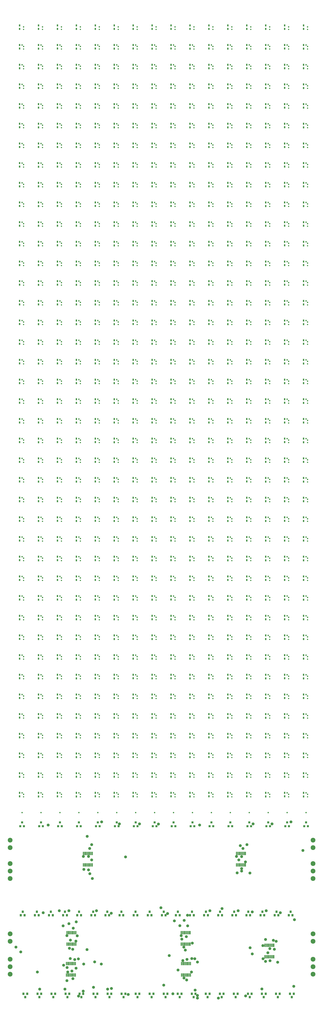
<source format=gbs>
G04 Layer_Color=16711935*
%FSLAX25Y25*%
%MOIN*%
G70*
G01*
G75*
%ADD20C,0.09658*%
%ADD21C,0.02600*%
%ADD22C,0.02800*%
%ADD23C,0.05800*%
%ADD24R,0.03958X0.04627*%
%ADD25R,0.02200X0.06600*%
%ADD26R,0.03950X0.04343*%
%ADD27R,0.02768X0.03950*%
D20*
X4846500Y2388500D02*
D03*
Y2373500D02*
D03*
Y2358500D02*
D03*
X4238500Y2388500D02*
D03*
Y2373500D02*
D03*
Y2358500D02*
D03*
X4846500Y2232500D02*
D03*
Y2247500D02*
D03*
X4238500Y2232500D02*
D03*
Y2247500D02*
D03*
X4846500Y2196500D02*
D03*
Y2181500D02*
D03*
Y2166500D02*
D03*
X4238500Y2196500D02*
D03*
Y2181500D02*
D03*
Y2166500D02*
D03*
X4846500Y2420500D02*
D03*
Y2435500D02*
D03*
X4238500Y2420500D02*
D03*
Y2435500D02*
D03*
D21*
X4265500Y2522543D02*
D03*
Y2562043D02*
D03*
Y2601543D02*
D03*
Y2641043D02*
D03*
Y2680543D02*
D03*
Y2720043D02*
D03*
Y2759543D02*
D03*
Y2799043D02*
D03*
Y2838543D02*
D03*
Y3154543D02*
D03*
Y3470543D02*
D03*
Y3786587D02*
D03*
Y2878043D02*
D03*
Y3194043D02*
D03*
Y3510043D02*
D03*
Y3826086D02*
D03*
Y2917543D02*
D03*
Y3233543D02*
D03*
Y3549543D02*
D03*
Y3865586D02*
D03*
Y2957043D02*
D03*
Y3273043D02*
D03*
Y3589043D02*
D03*
Y3905087D02*
D03*
Y2996543D02*
D03*
Y3312543D02*
D03*
Y3628543D02*
D03*
Y3944587D02*
D03*
Y3036043D02*
D03*
Y3352043D02*
D03*
Y3668043D02*
D03*
Y3984087D02*
D03*
Y3075543D02*
D03*
Y3391543D02*
D03*
Y3707543D02*
D03*
Y4023587D02*
D03*
Y3115043D02*
D03*
Y3431043D02*
D03*
Y3747043D02*
D03*
Y4063087D02*
D03*
X4303500Y2522500D02*
D03*
Y2562000D02*
D03*
Y2601500D02*
D03*
Y2641000D02*
D03*
Y2680500D02*
D03*
Y2720000D02*
D03*
Y2759500D02*
D03*
Y2799000D02*
D03*
Y2838500D02*
D03*
Y3154500D02*
D03*
Y3470500D02*
D03*
Y3786500D02*
D03*
Y2878000D02*
D03*
Y3194000D02*
D03*
Y3510000D02*
D03*
Y3826000D02*
D03*
Y2917500D02*
D03*
Y3233500D02*
D03*
Y3549500D02*
D03*
Y3865500D02*
D03*
Y2957000D02*
D03*
Y3273000D02*
D03*
Y3589000D02*
D03*
Y3905000D02*
D03*
Y2996500D02*
D03*
Y3312500D02*
D03*
Y3628500D02*
D03*
Y3944500D02*
D03*
Y3036000D02*
D03*
Y3352000D02*
D03*
Y3668000D02*
D03*
Y3984000D02*
D03*
Y3075500D02*
D03*
Y3391500D02*
D03*
Y3707500D02*
D03*
Y4023500D02*
D03*
Y3115000D02*
D03*
Y3431000D02*
D03*
Y3747000D02*
D03*
Y4063000D02*
D03*
X4341500Y2522543D02*
D03*
Y2562043D02*
D03*
Y2601543D02*
D03*
Y2641043D02*
D03*
Y2680543D02*
D03*
Y2720043D02*
D03*
Y2759543D02*
D03*
Y2799043D02*
D03*
Y2838543D02*
D03*
Y3154543D02*
D03*
Y3470543D02*
D03*
Y3786587D02*
D03*
Y2878043D02*
D03*
Y3194043D02*
D03*
Y3510043D02*
D03*
Y3826086D02*
D03*
Y2917543D02*
D03*
Y3233543D02*
D03*
Y3549543D02*
D03*
Y3865586D02*
D03*
Y2957043D02*
D03*
Y3273043D02*
D03*
Y3589043D02*
D03*
Y3905087D02*
D03*
Y2996543D02*
D03*
Y3312543D02*
D03*
Y3628543D02*
D03*
Y3944587D02*
D03*
Y3036043D02*
D03*
Y3352043D02*
D03*
Y3668043D02*
D03*
Y3984087D02*
D03*
Y3075543D02*
D03*
Y3391543D02*
D03*
Y3707543D02*
D03*
Y4023587D02*
D03*
Y3115043D02*
D03*
Y3431043D02*
D03*
Y3747043D02*
D03*
Y4063087D02*
D03*
X4379500Y2522500D02*
D03*
Y2562000D02*
D03*
Y2601500D02*
D03*
Y2641000D02*
D03*
Y2680500D02*
D03*
Y2720000D02*
D03*
Y2759500D02*
D03*
Y2799000D02*
D03*
Y2838500D02*
D03*
Y3154500D02*
D03*
Y3470500D02*
D03*
Y3786500D02*
D03*
Y2878000D02*
D03*
Y3194000D02*
D03*
Y3510000D02*
D03*
Y3826000D02*
D03*
Y2917500D02*
D03*
Y3233500D02*
D03*
Y3549500D02*
D03*
Y3865500D02*
D03*
Y2957000D02*
D03*
Y3273000D02*
D03*
Y3589000D02*
D03*
Y3905000D02*
D03*
Y2996500D02*
D03*
Y3312500D02*
D03*
Y3628500D02*
D03*
Y3944500D02*
D03*
Y3036000D02*
D03*
Y3352000D02*
D03*
Y3668000D02*
D03*
Y3984000D02*
D03*
Y3075500D02*
D03*
Y3391500D02*
D03*
Y3707500D02*
D03*
Y4023500D02*
D03*
Y3115000D02*
D03*
Y3431000D02*
D03*
Y3747000D02*
D03*
Y4063000D02*
D03*
X4417500Y2522543D02*
D03*
Y2562043D02*
D03*
Y2601543D02*
D03*
Y2641043D02*
D03*
Y2680543D02*
D03*
Y2720043D02*
D03*
Y2759543D02*
D03*
Y2799043D02*
D03*
Y2838543D02*
D03*
Y3154543D02*
D03*
Y3470543D02*
D03*
Y3786587D02*
D03*
Y2878043D02*
D03*
Y3194043D02*
D03*
Y3510043D02*
D03*
Y3826086D02*
D03*
Y2917543D02*
D03*
Y3233543D02*
D03*
Y3549543D02*
D03*
Y3865586D02*
D03*
Y2957043D02*
D03*
Y3273043D02*
D03*
Y3589043D02*
D03*
Y3905087D02*
D03*
Y2996543D02*
D03*
Y3312543D02*
D03*
Y3628543D02*
D03*
Y3944587D02*
D03*
Y3036043D02*
D03*
Y3352043D02*
D03*
Y3668043D02*
D03*
Y3984087D02*
D03*
Y3075543D02*
D03*
Y3391543D02*
D03*
Y3707543D02*
D03*
Y4023587D02*
D03*
Y3115043D02*
D03*
Y3431043D02*
D03*
Y3747043D02*
D03*
Y4063087D02*
D03*
X4455500Y2522500D02*
D03*
Y2562000D02*
D03*
Y2601500D02*
D03*
Y2641000D02*
D03*
Y2680500D02*
D03*
Y2720000D02*
D03*
Y2759500D02*
D03*
Y2799000D02*
D03*
Y2838500D02*
D03*
Y3154500D02*
D03*
Y3470500D02*
D03*
Y3786500D02*
D03*
Y2878000D02*
D03*
Y3194000D02*
D03*
Y3510000D02*
D03*
Y3826000D02*
D03*
Y2917500D02*
D03*
Y3233500D02*
D03*
Y3549500D02*
D03*
Y3865500D02*
D03*
Y2957000D02*
D03*
Y3273000D02*
D03*
Y3589000D02*
D03*
Y3905000D02*
D03*
Y2996500D02*
D03*
Y3312500D02*
D03*
Y3628500D02*
D03*
Y3944500D02*
D03*
Y3036000D02*
D03*
Y3352000D02*
D03*
Y3668000D02*
D03*
Y3984000D02*
D03*
Y3075500D02*
D03*
Y3391500D02*
D03*
Y3707500D02*
D03*
Y4023500D02*
D03*
Y3115000D02*
D03*
Y3431000D02*
D03*
Y3747000D02*
D03*
Y4063000D02*
D03*
X4493500Y2522543D02*
D03*
Y2562043D02*
D03*
Y2601543D02*
D03*
Y2641043D02*
D03*
Y2680543D02*
D03*
Y2720043D02*
D03*
Y2759543D02*
D03*
Y2799043D02*
D03*
Y2838543D02*
D03*
Y3154543D02*
D03*
Y3470543D02*
D03*
Y3786587D02*
D03*
Y2878043D02*
D03*
Y3194043D02*
D03*
Y3510043D02*
D03*
Y3826086D02*
D03*
Y2917543D02*
D03*
Y3233543D02*
D03*
Y3549543D02*
D03*
Y3865586D02*
D03*
Y2957043D02*
D03*
Y3273043D02*
D03*
Y3589043D02*
D03*
Y3905087D02*
D03*
Y2996543D02*
D03*
Y3312543D02*
D03*
Y3628543D02*
D03*
Y3944587D02*
D03*
Y3036043D02*
D03*
Y3352043D02*
D03*
Y3668043D02*
D03*
Y3984087D02*
D03*
Y3075543D02*
D03*
Y3391543D02*
D03*
Y3707543D02*
D03*
Y4023587D02*
D03*
Y3115043D02*
D03*
Y3431043D02*
D03*
Y3747043D02*
D03*
Y4063087D02*
D03*
X4531500Y2522500D02*
D03*
Y2562000D02*
D03*
Y2601500D02*
D03*
Y2641000D02*
D03*
Y2680500D02*
D03*
Y2720000D02*
D03*
Y2759500D02*
D03*
Y2799000D02*
D03*
Y2838500D02*
D03*
Y3154500D02*
D03*
Y3470500D02*
D03*
Y3786500D02*
D03*
Y2878000D02*
D03*
Y3194000D02*
D03*
Y3510000D02*
D03*
Y3826000D02*
D03*
Y2917500D02*
D03*
Y3233500D02*
D03*
Y3549500D02*
D03*
Y3865500D02*
D03*
Y2957000D02*
D03*
Y3273000D02*
D03*
Y3589000D02*
D03*
Y3905000D02*
D03*
Y2996500D02*
D03*
Y3312500D02*
D03*
Y3628500D02*
D03*
Y3944500D02*
D03*
Y3036000D02*
D03*
Y3352000D02*
D03*
Y3668000D02*
D03*
Y3984000D02*
D03*
Y3075500D02*
D03*
Y3391500D02*
D03*
Y3707500D02*
D03*
Y4023500D02*
D03*
Y3115000D02*
D03*
Y3431000D02*
D03*
Y3747000D02*
D03*
Y4063000D02*
D03*
X4569500Y2522543D02*
D03*
Y2562043D02*
D03*
Y2601543D02*
D03*
Y2641043D02*
D03*
Y2680543D02*
D03*
Y2720043D02*
D03*
Y2759543D02*
D03*
Y2799043D02*
D03*
Y2838543D02*
D03*
Y3154543D02*
D03*
Y3470543D02*
D03*
Y3786587D02*
D03*
Y2878043D02*
D03*
Y3194043D02*
D03*
Y3510043D02*
D03*
Y3826086D02*
D03*
Y2917543D02*
D03*
Y3233543D02*
D03*
Y3549543D02*
D03*
Y3865586D02*
D03*
Y2957043D02*
D03*
Y3273043D02*
D03*
Y3589043D02*
D03*
Y3905087D02*
D03*
Y2996543D02*
D03*
Y3312543D02*
D03*
Y3628543D02*
D03*
Y3944587D02*
D03*
Y3036043D02*
D03*
Y3352043D02*
D03*
Y3668043D02*
D03*
Y3984087D02*
D03*
Y3075543D02*
D03*
Y3391543D02*
D03*
Y3707543D02*
D03*
Y4023587D02*
D03*
Y3115043D02*
D03*
Y3431043D02*
D03*
Y3747043D02*
D03*
Y4063087D02*
D03*
X4607500Y2522500D02*
D03*
Y2562000D02*
D03*
Y2601500D02*
D03*
Y2641000D02*
D03*
Y2680500D02*
D03*
Y2720000D02*
D03*
Y2759500D02*
D03*
Y2799000D02*
D03*
Y2838500D02*
D03*
Y3154500D02*
D03*
Y3470500D02*
D03*
Y3786500D02*
D03*
Y2878000D02*
D03*
Y3194000D02*
D03*
Y3510000D02*
D03*
Y3826000D02*
D03*
Y2917500D02*
D03*
Y3233500D02*
D03*
Y3549500D02*
D03*
Y3865500D02*
D03*
Y2957000D02*
D03*
Y3273000D02*
D03*
Y3589000D02*
D03*
Y3905000D02*
D03*
Y2996500D02*
D03*
Y3312500D02*
D03*
Y3628500D02*
D03*
Y3944500D02*
D03*
Y3036000D02*
D03*
Y3352000D02*
D03*
Y3668000D02*
D03*
Y3984000D02*
D03*
Y3075500D02*
D03*
Y3391500D02*
D03*
Y3707500D02*
D03*
Y4023500D02*
D03*
Y3115000D02*
D03*
Y3431000D02*
D03*
Y3747000D02*
D03*
Y4063000D02*
D03*
X4645500Y2522543D02*
D03*
Y2562043D02*
D03*
Y2601543D02*
D03*
Y2641043D02*
D03*
Y2680543D02*
D03*
Y2720043D02*
D03*
Y2759543D02*
D03*
Y2799043D02*
D03*
Y2838543D02*
D03*
Y3154543D02*
D03*
Y3470543D02*
D03*
Y3786587D02*
D03*
Y2878043D02*
D03*
Y3194043D02*
D03*
Y3510043D02*
D03*
Y3826086D02*
D03*
Y2917543D02*
D03*
Y3233543D02*
D03*
Y3549543D02*
D03*
Y3865586D02*
D03*
Y2957043D02*
D03*
Y3273043D02*
D03*
Y3589043D02*
D03*
Y3905087D02*
D03*
Y2996543D02*
D03*
Y3312543D02*
D03*
Y3628543D02*
D03*
Y3944587D02*
D03*
Y3036043D02*
D03*
Y3352043D02*
D03*
Y3668043D02*
D03*
Y3984087D02*
D03*
Y3075543D02*
D03*
Y3391543D02*
D03*
Y3707543D02*
D03*
Y4023587D02*
D03*
Y3115043D02*
D03*
Y3431043D02*
D03*
Y3747043D02*
D03*
Y4063087D02*
D03*
X4683500Y2522500D02*
D03*
Y2562000D02*
D03*
Y2601500D02*
D03*
Y2641000D02*
D03*
Y2680500D02*
D03*
Y2720000D02*
D03*
Y2759500D02*
D03*
Y2799000D02*
D03*
Y2838500D02*
D03*
Y3154500D02*
D03*
Y3470500D02*
D03*
Y3786500D02*
D03*
Y2878000D02*
D03*
Y3194000D02*
D03*
Y3510000D02*
D03*
Y3826000D02*
D03*
Y2917500D02*
D03*
Y3233500D02*
D03*
Y3549500D02*
D03*
Y3865500D02*
D03*
Y2957000D02*
D03*
Y3273000D02*
D03*
Y3589000D02*
D03*
Y3905000D02*
D03*
Y2996500D02*
D03*
Y3312500D02*
D03*
Y3628500D02*
D03*
Y3944500D02*
D03*
Y3036000D02*
D03*
Y3352000D02*
D03*
Y3668000D02*
D03*
Y3984000D02*
D03*
Y3075500D02*
D03*
Y3391500D02*
D03*
Y3707500D02*
D03*
Y4023500D02*
D03*
Y3115000D02*
D03*
Y3431000D02*
D03*
Y3747000D02*
D03*
Y4063000D02*
D03*
X4721500Y2522543D02*
D03*
Y2562043D02*
D03*
Y2601543D02*
D03*
Y2641043D02*
D03*
Y2680543D02*
D03*
Y2720043D02*
D03*
Y2759543D02*
D03*
Y2799043D02*
D03*
Y2838543D02*
D03*
Y3154543D02*
D03*
Y3470543D02*
D03*
Y3786587D02*
D03*
Y2878043D02*
D03*
Y3194043D02*
D03*
Y3510043D02*
D03*
Y3826086D02*
D03*
Y2917543D02*
D03*
Y3233543D02*
D03*
Y3549543D02*
D03*
Y3865586D02*
D03*
Y2957043D02*
D03*
Y3273043D02*
D03*
Y3589043D02*
D03*
Y3905087D02*
D03*
Y2996543D02*
D03*
Y3312543D02*
D03*
Y3628543D02*
D03*
Y3944587D02*
D03*
Y3036043D02*
D03*
Y3352043D02*
D03*
Y3668043D02*
D03*
Y3984087D02*
D03*
Y3075543D02*
D03*
Y3391543D02*
D03*
Y3707543D02*
D03*
Y4023587D02*
D03*
Y3115043D02*
D03*
Y3431043D02*
D03*
Y3747043D02*
D03*
Y4063087D02*
D03*
X4759500Y2522500D02*
D03*
Y2562000D02*
D03*
Y2601500D02*
D03*
Y2641000D02*
D03*
Y2680500D02*
D03*
Y2720000D02*
D03*
Y2759500D02*
D03*
Y2799000D02*
D03*
Y2838500D02*
D03*
Y3154500D02*
D03*
Y3470500D02*
D03*
Y3786500D02*
D03*
Y2878000D02*
D03*
Y3194000D02*
D03*
Y3510000D02*
D03*
Y3826000D02*
D03*
Y2917500D02*
D03*
Y3233500D02*
D03*
Y3549500D02*
D03*
Y3865500D02*
D03*
Y2957000D02*
D03*
Y3273000D02*
D03*
Y3589000D02*
D03*
Y3905000D02*
D03*
Y2996500D02*
D03*
Y3312500D02*
D03*
Y3628500D02*
D03*
Y3944500D02*
D03*
Y3036000D02*
D03*
Y3352000D02*
D03*
Y3668000D02*
D03*
Y3984000D02*
D03*
Y3075500D02*
D03*
Y3391500D02*
D03*
Y3707500D02*
D03*
Y4023500D02*
D03*
Y3115000D02*
D03*
Y3431000D02*
D03*
Y3747000D02*
D03*
Y4063000D02*
D03*
X4797500Y2522543D02*
D03*
Y2562043D02*
D03*
Y2601543D02*
D03*
Y2641043D02*
D03*
Y2680543D02*
D03*
Y2720043D02*
D03*
Y2759543D02*
D03*
Y2799043D02*
D03*
Y2838543D02*
D03*
Y3154543D02*
D03*
Y3470543D02*
D03*
Y3786587D02*
D03*
Y2878043D02*
D03*
Y3194043D02*
D03*
Y3510043D02*
D03*
Y3826086D02*
D03*
Y2917543D02*
D03*
Y3233543D02*
D03*
Y3549543D02*
D03*
Y3865586D02*
D03*
Y2957043D02*
D03*
Y3273043D02*
D03*
Y3589043D02*
D03*
Y3905087D02*
D03*
Y2996543D02*
D03*
Y3312543D02*
D03*
Y3628543D02*
D03*
Y3944587D02*
D03*
Y3036043D02*
D03*
Y3352043D02*
D03*
Y3668043D02*
D03*
Y3984087D02*
D03*
Y3075543D02*
D03*
Y3391543D02*
D03*
Y3707543D02*
D03*
Y4023587D02*
D03*
Y3115043D02*
D03*
Y3431043D02*
D03*
Y3747043D02*
D03*
Y4063087D02*
D03*
X4835500Y2522500D02*
D03*
Y2562000D02*
D03*
Y2601500D02*
D03*
Y2641000D02*
D03*
Y2680500D02*
D03*
Y2720000D02*
D03*
Y2759500D02*
D03*
Y2799000D02*
D03*
Y2838500D02*
D03*
Y3154500D02*
D03*
Y3470500D02*
D03*
Y3786500D02*
D03*
Y2878000D02*
D03*
Y3194000D02*
D03*
Y3510000D02*
D03*
Y3826000D02*
D03*
Y2917500D02*
D03*
Y3233500D02*
D03*
Y3549500D02*
D03*
Y3865500D02*
D03*
Y2957000D02*
D03*
Y3273000D02*
D03*
Y3589000D02*
D03*
Y3905000D02*
D03*
Y2996500D02*
D03*
Y3312500D02*
D03*
Y3628500D02*
D03*
Y3944500D02*
D03*
Y3036000D02*
D03*
Y3352000D02*
D03*
Y3668000D02*
D03*
Y3984000D02*
D03*
Y3075500D02*
D03*
Y3391500D02*
D03*
Y3707500D02*
D03*
Y4023500D02*
D03*
Y3115000D02*
D03*
Y3431000D02*
D03*
Y3747000D02*
D03*
Y4063000D02*
D03*
D22*
X4262500Y2491043D02*
D03*
X4265500Y2527543D02*
D03*
X4262500Y2530543D02*
D03*
X4265500Y2567043D02*
D03*
X4262500Y2570043D02*
D03*
X4265500Y2606543D02*
D03*
X4262500Y2609543D02*
D03*
X4265500Y2646043D02*
D03*
X4262500Y2649043D02*
D03*
X4265500Y2685543D02*
D03*
X4262500Y2688543D02*
D03*
X4265500Y2725043D02*
D03*
X4262500Y2728043D02*
D03*
X4265500Y2764543D02*
D03*
X4262500Y2767543D02*
D03*
X4265500Y2804043D02*
D03*
X4262500Y2807043D02*
D03*
X4265500Y2843543D02*
D03*
X4262500Y3123043D02*
D03*
X4265500Y3159543D02*
D03*
X4262500Y3439043D02*
D03*
X4265500Y3475543D02*
D03*
X4262500Y3755087D02*
D03*
X4265500Y3791587D02*
D03*
X4262500Y2846543D02*
D03*
X4265500Y2883043D02*
D03*
X4262500Y3162543D02*
D03*
X4265500Y3199043D02*
D03*
X4262500Y3478543D02*
D03*
X4265500Y3515043D02*
D03*
X4262500Y3794587D02*
D03*
X4265500Y3831087D02*
D03*
X4262500Y2886043D02*
D03*
X4265500Y2922543D02*
D03*
X4262500Y3202043D02*
D03*
X4265500Y3238543D02*
D03*
X4262500Y3518043D02*
D03*
X4265500Y3554543D02*
D03*
X4262500Y3834087D02*
D03*
X4265500Y3870587D02*
D03*
X4262500Y2925543D02*
D03*
X4265500Y2962043D02*
D03*
X4262500Y3241543D02*
D03*
X4265500Y3278043D02*
D03*
X4262500Y3557543D02*
D03*
X4265500Y3594043D02*
D03*
X4262500Y3873587D02*
D03*
X4265500Y3910086D02*
D03*
X4262500Y2965043D02*
D03*
X4265500Y3001543D02*
D03*
X4262500Y3281043D02*
D03*
X4265500Y3317543D02*
D03*
X4262500Y3597043D02*
D03*
X4265500Y3633543D02*
D03*
X4262500Y3913087D02*
D03*
X4265500Y3949586D02*
D03*
X4262500Y3004543D02*
D03*
X4265500Y3041043D02*
D03*
X4262500Y3320543D02*
D03*
X4265500Y3357043D02*
D03*
X4262500Y3636543D02*
D03*
X4265500Y3673043D02*
D03*
X4262500Y3952587D02*
D03*
X4265500Y3989087D02*
D03*
X4262500Y3044043D02*
D03*
X4265500Y3080543D02*
D03*
X4262500Y3360043D02*
D03*
X4265500Y3396543D02*
D03*
X4262500Y3676043D02*
D03*
X4265500Y3712543D02*
D03*
X4262500Y3992086D02*
D03*
X4265500Y4028587D02*
D03*
X4262500Y3083543D02*
D03*
X4265500Y3120043D02*
D03*
X4262500Y3399543D02*
D03*
X4265500Y3436043D02*
D03*
X4262500Y3715543D02*
D03*
X4265500Y3752043D02*
D03*
X4262500Y4031586D02*
D03*
X4265500Y4068087D02*
D03*
X4300500Y2491000D02*
D03*
X4303500Y2527500D02*
D03*
X4300500Y2530500D02*
D03*
X4303500Y2567000D02*
D03*
X4300500Y2570000D02*
D03*
X4303500Y2606500D02*
D03*
X4300500Y2609500D02*
D03*
X4303500Y2646000D02*
D03*
X4300500Y2649000D02*
D03*
X4303500Y2685500D02*
D03*
X4300500Y2688500D02*
D03*
X4303500Y2725000D02*
D03*
X4300500Y2728000D02*
D03*
X4303500Y2764500D02*
D03*
X4300500Y2767500D02*
D03*
X4303500Y2804000D02*
D03*
X4300500Y2807000D02*
D03*
X4303500Y2843500D02*
D03*
X4300500Y3123000D02*
D03*
X4303500Y3159500D02*
D03*
X4300500Y3439000D02*
D03*
X4303500Y3475500D02*
D03*
X4300500Y3755000D02*
D03*
X4303500Y3791500D02*
D03*
X4300500Y2846500D02*
D03*
X4303500Y2883000D02*
D03*
X4300500Y3162500D02*
D03*
X4303500Y3199000D02*
D03*
X4300500Y3478500D02*
D03*
X4303500Y3515000D02*
D03*
X4300500Y3794500D02*
D03*
X4303500Y3831000D02*
D03*
X4300500Y2886000D02*
D03*
X4303500Y2922500D02*
D03*
X4300500Y3202000D02*
D03*
X4303500Y3238500D02*
D03*
X4300500Y3518000D02*
D03*
X4303500Y3554500D02*
D03*
X4300500Y3834000D02*
D03*
X4303500Y3870500D02*
D03*
X4300500Y2925500D02*
D03*
X4303500Y2962000D02*
D03*
X4300500Y3241500D02*
D03*
X4303500Y3278000D02*
D03*
X4300500Y3557500D02*
D03*
X4303500Y3594000D02*
D03*
X4300500Y3873500D02*
D03*
X4303500Y3910000D02*
D03*
X4300500Y2965000D02*
D03*
X4303500Y3001500D02*
D03*
X4300500Y3281000D02*
D03*
X4303500Y3317500D02*
D03*
X4300500Y3597000D02*
D03*
X4303500Y3633500D02*
D03*
X4300500Y3913000D02*
D03*
X4303500Y3949500D02*
D03*
X4300500Y3004500D02*
D03*
X4303500Y3041000D02*
D03*
X4300500Y3320500D02*
D03*
X4303500Y3357000D02*
D03*
X4300500Y3636500D02*
D03*
X4303500Y3673000D02*
D03*
X4300500Y3952500D02*
D03*
X4303500Y3989000D02*
D03*
X4300500Y3044000D02*
D03*
X4303500Y3080500D02*
D03*
X4300500Y3360000D02*
D03*
X4303500Y3396500D02*
D03*
X4300500Y3676000D02*
D03*
X4303500Y3712500D02*
D03*
X4300500Y3992000D02*
D03*
X4303500Y4028500D02*
D03*
X4300500Y3083500D02*
D03*
X4303500Y3120000D02*
D03*
X4300500Y3399500D02*
D03*
X4303500Y3436000D02*
D03*
X4300500Y3715500D02*
D03*
X4303500Y3752000D02*
D03*
X4300500Y4031500D02*
D03*
X4303500Y4068000D02*
D03*
X4338500Y2491043D02*
D03*
X4341500Y2527543D02*
D03*
X4338500Y2530543D02*
D03*
X4341500Y2567043D02*
D03*
X4338500Y2570043D02*
D03*
X4341500Y2606543D02*
D03*
X4338500Y2609543D02*
D03*
X4341500Y2646043D02*
D03*
X4338500Y2649043D02*
D03*
X4341500Y2685543D02*
D03*
X4338500Y2688543D02*
D03*
X4341500Y2725043D02*
D03*
X4338500Y2728043D02*
D03*
X4341500Y2764543D02*
D03*
X4338500Y2767543D02*
D03*
X4341500Y2804043D02*
D03*
X4338500Y2807043D02*
D03*
X4341500Y2843543D02*
D03*
X4338500Y3123043D02*
D03*
X4341500Y3159543D02*
D03*
X4338500Y3439043D02*
D03*
X4341500Y3475543D02*
D03*
X4338500Y3755087D02*
D03*
X4341500Y3791587D02*
D03*
X4338500Y2846543D02*
D03*
X4341500Y2883043D02*
D03*
X4338500Y3162543D02*
D03*
X4341500Y3199043D02*
D03*
X4338500Y3478543D02*
D03*
X4341500Y3515043D02*
D03*
X4338500Y3794587D02*
D03*
X4341500Y3831087D02*
D03*
X4338500Y2886043D02*
D03*
X4341500Y2922543D02*
D03*
X4338500Y3202043D02*
D03*
X4341500Y3238543D02*
D03*
X4338500Y3518043D02*
D03*
X4341500Y3554543D02*
D03*
X4338500Y3834087D02*
D03*
X4341500Y3870587D02*
D03*
X4338500Y2925543D02*
D03*
X4341500Y2962043D02*
D03*
X4338500Y3241543D02*
D03*
X4341500Y3278043D02*
D03*
X4338500Y3557543D02*
D03*
X4341500Y3594043D02*
D03*
X4338500Y3873587D02*
D03*
X4341500Y3910086D02*
D03*
X4338500Y2965043D02*
D03*
X4341500Y3001543D02*
D03*
X4338500Y3281043D02*
D03*
X4341500Y3317543D02*
D03*
X4338500Y3597043D02*
D03*
X4341500Y3633543D02*
D03*
X4338500Y3913087D02*
D03*
X4341500Y3949586D02*
D03*
X4338500Y3004543D02*
D03*
X4341500Y3041043D02*
D03*
X4338500Y3320543D02*
D03*
X4341500Y3357043D02*
D03*
X4338500Y3636543D02*
D03*
X4341500Y3673043D02*
D03*
X4338500Y3952587D02*
D03*
X4341500Y3989087D02*
D03*
X4338500Y3044043D02*
D03*
X4341500Y3080543D02*
D03*
X4338500Y3360043D02*
D03*
X4341500Y3396543D02*
D03*
X4338500Y3676043D02*
D03*
X4341500Y3712543D02*
D03*
X4338500Y3992086D02*
D03*
X4341500Y4028587D02*
D03*
X4338500Y3083543D02*
D03*
X4341500Y3120043D02*
D03*
X4338500Y3399543D02*
D03*
X4341500Y3436043D02*
D03*
X4338500Y3715543D02*
D03*
X4341500Y3752043D02*
D03*
X4338500Y4031586D02*
D03*
X4341500Y4068087D02*
D03*
X4376500Y2491000D02*
D03*
X4379500Y2527500D02*
D03*
X4376500Y2530500D02*
D03*
X4379500Y2567000D02*
D03*
X4376500Y2570000D02*
D03*
X4379500Y2606500D02*
D03*
X4376500Y2609500D02*
D03*
X4379500Y2646000D02*
D03*
X4376500Y2649000D02*
D03*
X4379500Y2685500D02*
D03*
X4376500Y2688500D02*
D03*
X4379500Y2725000D02*
D03*
X4376500Y2728000D02*
D03*
X4379500Y2764500D02*
D03*
X4376500Y2767500D02*
D03*
X4379500Y2804000D02*
D03*
X4376500Y2807000D02*
D03*
X4379500Y2843500D02*
D03*
X4376500Y3123000D02*
D03*
X4379500Y3159500D02*
D03*
X4376500Y3439000D02*
D03*
X4379500Y3475500D02*
D03*
X4376500Y3755000D02*
D03*
X4379500Y3791500D02*
D03*
X4376500Y2846500D02*
D03*
X4379500Y2883000D02*
D03*
X4376500Y3162500D02*
D03*
X4379500Y3199000D02*
D03*
X4376500Y3478500D02*
D03*
X4379500Y3515000D02*
D03*
X4376500Y3794500D02*
D03*
X4379500Y3831000D02*
D03*
X4376500Y2886000D02*
D03*
X4379500Y2922500D02*
D03*
X4376500Y3202000D02*
D03*
X4379500Y3238500D02*
D03*
X4376500Y3518000D02*
D03*
X4379500Y3554500D02*
D03*
X4376500Y3834000D02*
D03*
X4379500Y3870500D02*
D03*
X4376500Y2925500D02*
D03*
X4379500Y2962000D02*
D03*
X4376500Y3241500D02*
D03*
X4379500Y3278000D02*
D03*
X4376500Y3557500D02*
D03*
X4379500Y3594000D02*
D03*
X4376500Y3873500D02*
D03*
X4379500Y3910000D02*
D03*
X4376500Y2965000D02*
D03*
X4379500Y3001500D02*
D03*
X4376500Y3281000D02*
D03*
X4379500Y3317500D02*
D03*
X4376500Y3597000D02*
D03*
X4379500Y3633500D02*
D03*
X4376500Y3913000D02*
D03*
X4379500Y3949500D02*
D03*
X4376500Y3004500D02*
D03*
X4379500Y3041000D02*
D03*
X4376500Y3320500D02*
D03*
X4379500Y3357000D02*
D03*
X4376500Y3636500D02*
D03*
X4379500Y3673000D02*
D03*
X4376500Y3952500D02*
D03*
X4379500Y3989000D02*
D03*
X4376500Y3044000D02*
D03*
X4379500Y3080500D02*
D03*
X4376500Y3360000D02*
D03*
X4379500Y3396500D02*
D03*
X4376500Y3676000D02*
D03*
X4379500Y3712500D02*
D03*
X4376500Y3992000D02*
D03*
X4379500Y4028500D02*
D03*
X4376500Y3083500D02*
D03*
X4379500Y3120000D02*
D03*
X4376500Y3399500D02*
D03*
X4379500Y3436000D02*
D03*
X4376500Y3715500D02*
D03*
X4379500Y3752000D02*
D03*
X4376500Y4031500D02*
D03*
X4379500Y4068000D02*
D03*
X4414500Y2491043D02*
D03*
X4417500Y2527543D02*
D03*
X4414500Y2530543D02*
D03*
X4417500Y2567043D02*
D03*
X4414500Y2570043D02*
D03*
X4417500Y2606543D02*
D03*
X4414500Y2609543D02*
D03*
X4417500Y2646043D02*
D03*
X4414500Y2649043D02*
D03*
X4417500Y2685543D02*
D03*
X4414500Y2688543D02*
D03*
X4417500Y2725043D02*
D03*
X4414500Y2728043D02*
D03*
X4417500Y2764543D02*
D03*
X4414500Y2767543D02*
D03*
X4417500Y2804043D02*
D03*
X4414500Y2807043D02*
D03*
X4417500Y2843543D02*
D03*
X4414500Y3123043D02*
D03*
X4417500Y3159543D02*
D03*
X4414500Y3439043D02*
D03*
X4417500Y3475543D02*
D03*
X4414500Y3755087D02*
D03*
X4417500Y3791587D02*
D03*
X4414500Y2846543D02*
D03*
X4417500Y2883043D02*
D03*
X4414500Y3162543D02*
D03*
X4417500Y3199043D02*
D03*
X4414500Y3478543D02*
D03*
X4417500Y3515043D02*
D03*
X4414500Y3794587D02*
D03*
X4417500Y3831087D02*
D03*
X4414500Y2886043D02*
D03*
X4417500Y2922543D02*
D03*
X4414500Y3202043D02*
D03*
X4417500Y3238543D02*
D03*
X4414500Y3518043D02*
D03*
X4417500Y3554543D02*
D03*
X4414500Y3834087D02*
D03*
X4417500Y3870587D02*
D03*
X4414500Y2925543D02*
D03*
X4417500Y2962043D02*
D03*
X4414500Y3241543D02*
D03*
X4417500Y3278043D02*
D03*
X4414500Y3557543D02*
D03*
X4417500Y3594043D02*
D03*
X4414500Y3873587D02*
D03*
X4417500Y3910086D02*
D03*
X4414500Y2965043D02*
D03*
X4417500Y3001543D02*
D03*
X4414500Y3281043D02*
D03*
X4417500Y3317543D02*
D03*
X4414500Y3597043D02*
D03*
X4417500Y3633543D02*
D03*
X4414500Y3913087D02*
D03*
X4417500Y3949586D02*
D03*
X4414500Y3004543D02*
D03*
X4417500Y3041043D02*
D03*
X4414500Y3320543D02*
D03*
X4417500Y3357043D02*
D03*
X4414500Y3636543D02*
D03*
X4417500Y3673043D02*
D03*
X4414500Y3952587D02*
D03*
X4417500Y3989087D02*
D03*
X4414500Y3044043D02*
D03*
X4417500Y3080543D02*
D03*
X4414500Y3360043D02*
D03*
X4417500Y3396543D02*
D03*
X4414500Y3676043D02*
D03*
X4417500Y3712543D02*
D03*
X4414500Y3992086D02*
D03*
X4417500Y4028587D02*
D03*
X4414500Y3083543D02*
D03*
X4417500Y3120043D02*
D03*
X4414500Y3399543D02*
D03*
X4417500Y3436043D02*
D03*
X4414500Y3715543D02*
D03*
X4417500Y3752043D02*
D03*
X4414500Y4031586D02*
D03*
X4417500Y4068087D02*
D03*
X4452500Y2491000D02*
D03*
X4455500Y2527500D02*
D03*
X4452500Y2530500D02*
D03*
X4455500Y2567000D02*
D03*
X4452500Y2570000D02*
D03*
X4455500Y2606500D02*
D03*
X4452500Y2609500D02*
D03*
X4455500Y2646000D02*
D03*
X4452500Y2649000D02*
D03*
X4455500Y2685500D02*
D03*
X4452500Y2688500D02*
D03*
X4455500Y2725000D02*
D03*
X4452500Y2728000D02*
D03*
X4455500Y2764500D02*
D03*
X4452500Y2767500D02*
D03*
X4455500Y2804000D02*
D03*
X4452500Y2807000D02*
D03*
X4455500Y2843500D02*
D03*
X4452500Y3123000D02*
D03*
X4455500Y3159500D02*
D03*
X4452500Y3439000D02*
D03*
X4455500Y3475500D02*
D03*
X4452500Y3755000D02*
D03*
X4455500Y3791500D02*
D03*
X4452500Y2846500D02*
D03*
X4455500Y2883000D02*
D03*
X4452500Y3162500D02*
D03*
X4455500Y3199000D02*
D03*
X4452500Y3478500D02*
D03*
X4455500Y3515000D02*
D03*
X4452500Y3794500D02*
D03*
X4455500Y3831000D02*
D03*
X4452500Y2886000D02*
D03*
X4455500Y2922500D02*
D03*
X4452500Y3202000D02*
D03*
X4455500Y3238500D02*
D03*
X4452500Y3518000D02*
D03*
X4455500Y3554500D02*
D03*
X4452500Y3834000D02*
D03*
X4455500Y3870500D02*
D03*
X4452500Y2925500D02*
D03*
X4455500Y2962000D02*
D03*
X4452500Y3241500D02*
D03*
X4455500Y3278000D02*
D03*
X4452500Y3557500D02*
D03*
X4455500Y3594000D02*
D03*
X4452500Y3873500D02*
D03*
X4455500Y3910000D02*
D03*
X4452500Y2965000D02*
D03*
X4455500Y3001500D02*
D03*
X4452500Y3281000D02*
D03*
X4455500Y3317500D02*
D03*
X4452500Y3597000D02*
D03*
X4455500Y3633500D02*
D03*
X4452500Y3913000D02*
D03*
X4455500Y3949500D02*
D03*
X4452500Y3004500D02*
D03*
X4455500Y3041000D02*
D03*
X4452500Y3320500D02*
D03*
X4455500Y3357000D02*
D03*
X4452500Y3636500D02*
D03*
X4455500Y3673000D02*
D03*
X4452500Y3952500D02*
D03*
X4455500Y3989000D02*
D03*
X4452500Y3044000D02*
D03*
X4455500Y3080500D02*
D03*
X4452500Y3360000D02*
D03*
X4455500Y3396500D02*
D03*
X4452500Y3676000D02*
D03*
X4455500Y3712500D02*
D03*
X4452500Y3992000D02*
D03*
X4455500Y4028500D02*
D03*
X4452500Y3083500D02*
D03*
X4455500Y3120000D02*
D03*
X4452500Y3399500D02*
D03*
X4455500Y3436000D02*
D03*
X4452500Y3715500D02*
D03*
X4455500Y3752000D02*
D03*
X4452500Y4031500D02*
D03*
X4455500Y4068000D02*
D03*
X4490500Y2491043D02*
D03*
X4493500Y2527543D02*
D03*
X4490500Y2530543D02*
D03*
X4493500Y2567043D02*
D03*
X4490500Y2570043D02*
D03*
X4493500Y2606543D02*
D03*
X4490500Y2609543D02*
D03*
X4493500Y2646043D02*
D03*
X4490500Y2649043D02*
D03*
X4493500Y2685543D02*
D03*
X4490500Y2688543D02*
D03*
X4493500Y2725043D02*
D03*
X4490500Y2728043D02*
D03*
X4493500Y2764543D02*
D03*
X4490500Y2767543D02*
D03*
X4493500Y2804043D02*
D03*
X4490500Y2807043D02*
D03*
X4493500Y2843543D02*
D03*
X4490500Y3123043D02*
D03*
X4493500Y3159543D02*
D03*
X4490500Y3439043D02*
D03*
X4493500Y3475543D02*
D03*
X4490500Y3755087D02*
D03*
X4493500Y3791587D02*
D03*
X4490500Y2846543D02*
D03*
X4493500Y2883043D02*
D03*
X4490500Y3162543D02*
D03*
X4493500Y3199043D02*
D03*
X4490500Y3478543D02*
D03*
X4493500Y3515043D02*
D03*
X4490500Y3794587D02*
D03*
X4493500Y3831087D02*
D03*
X4490500Y2886043D02*
D03*
X4493500Y2922543D02*
D03*
X4490500Y3202043D02*
D03*
X4493500Y3238543D02*
D03*
X4490500Y3518043D02*
D03*
X4493500Y3554543D02*
D03*
X4490500Y3834087D02*
D03*
X4493500Y3870587D02*
D03*
X4490500Y2925543D02*
D03*
X4493500Y2962043D02*
D03*
X4490500Y3241543D02*
D03*
X4493500Y3278043D02*
D03*
X4490500Y3557543D02*
D03*
X4493500Y3594043D02*
D03*
X4490500Y3873587D02*
D03*
X4493500Y3910086D02*
D03*
X4490500Y2965043D02*
D03*
X4493500Y3001543D02*
D03*
X4490500Y3281043D02*
D03*
X4493500Y3317543D02*
D03*
X4490500Y3597043D02*
D03*
X4493500Y3633543D02*
D03*
X4490500Y3913087D02*
D03*
X4493500Y3949586D02*
D03*
X4490500Y3004543D02*
D03*
X4493500Y3041043D02*
D03*
X4490500Y3320543D02*
D03*
X4493500Y3357043D02*
D03*
X4490500Y3636543D02*
D03*
X4493500Y3673043D02*
D03*
X4490500Y3952587D02*
D03*
X4493500Y3989087D02*
D03*
X4490500Y3044043D02*
D03*
X4493500Y3080543D02*
D03*
X4490500Y3360043D02*
D03*
X4493500Y3396543D02*
D03*
X4490500Y3676043D02*
D03*
X4493500Y3712543D02*
D03*
X4490500Y3992086D02*
D03*
X4493500Y4028587D02*
D03*
X4490500Y3083543D02*
D03*
X4493500Y3120043D02*
D03*
X4490500Y3399543D02*
D03*
X4493500Y3436043D02*
D03*
X4490500Y3715543D02*
D03*
X4493500Y3752043D02*
D03*
X4490500Y4031586D02*
D03*
X4493500Y4068087D02*
D03*
X4528500Y2491000D02*
D03*
X4531500Y2527500D02*
D03*
X4528500Y2530500D02*
D03*
X4531500Y2567000D02*
D03*
X4528500Y2570000D02*
D03*
X4531500Y2606500D02*
D03*
X4528500Y2609500D02*
D03*
X4531500Y2646000D02*
D03*
X4528500Y2649000D02*
D03*
X4531500Y2685500D02*
D03*
X4528500Y2688500D02*
D03*
X4531500Y2725000D02*
D03*
X4528500Y2728000D02*
D03*
X4531500Y2764500D02*
D03*
X4528500Y2767500D02*
D03*
X4531500Y2804000D02*
D03*
X4528500Y2807000D02*
D03*
X4531500Y2843500D02*
D03*
X4528500Y3123000D02*
D03*
X4531500Y3159500D02*
D03*
X4528500Y3439000D02*
D03*
X4531500Y3475500D02*
D03*
X4528500Y3755000D02*
D03*
X4531500Y3791500D02*
D03*
X4528500Y2846500D02*
D03*
X4531500Y2883000D02*
D03*
X4528500Y3162500D02*
D03*
X4531500Y3199000D02*
D03*
X4528500Y3478500D02*
D03*
X4531500Y3515000D02*
D03*
X4528500Y3794500D02*
D03*
X4531500Y3831000D02*
D03*
X4528500Y2886000D02*
D03*
X4531500Y2922500D02*
D03*
X4528500Y3202000D02*
D03*
X4531500Y3238500D02*
D03*
X4528500Y3518000D02*
D03*
X4531500Y3554500D02*
D03*
X4528500Y3834000D02*
D03*
X4531500Y3870500D02*
D03*
X4528500Y2925500D02*
D03*
X4531500Y2962000D02*
D03*
X4528500Y3241500D02*
D03*
X4531500Y3278000D02*
D03*
X4528500Y3557500D02*
D03*
X4531500Y3594000D02*
D03*
X4528500Y3873500D02*
D03*
X4531500Y3910000D02*
D03*
X4528500Y2965000D02*
D03*
X4531500Y3001500D02*
D03*
X4528500Y3281000D02*
D03*
X4531500Y3317500D02*
D03*
X4528500Y3597000D02*
D03*
X4531500Y3633500D02*
D03*
X4528500Y3913000D02*
D03*
X4531500Y3949500D02*
D03*
X4528500Y3004500D02*
D03*
X4531500Y3041000D02*
D03*
X4528500Y3320500D02*
D03*
X4531500Y3357000D02*
D03*
X4528500Y3636500D02*
D03*
X4531500Y3673000D02*
D03*
X4528500Y3952500D02*
D03*
X4531500Y3989000D02*
D03*
X4528500Y3044000D02*
D03*
X4531500Y3080500D02*
D03*
X4528500Y3360000D02*
D03*
X4531500Y3396500D02*
D03*
X4528500Y3676000D02*
D03*
X4531500Y3712500D02*
D03*
X4528500Y3992000D02*
D03*
X4531500Y4028500D02*
D03*
X4528500Y3083500D02*
D03*
X4531500Y3120000D02*
D03*
X4528500Y3399500D02*
D03*
X4531500Y3436000D02*
D03*
X4528500Y3715500D02*
D03*
X4531500Y3752000D02*
D03*
X4528500Y4031500D02*
D03*
X4531500Y4068000D02*
D03*
X4566500Y2491043D02*
D03*
X4569500Y2527543D02*
D03*
X4566500Y2530543D02*
D03*
X4569500Y2567043D02*
D03*
X4566500Y2570043D02*
D03*
X4569500Y2606543D02*
D03*
X4566500Y2609543D02*
D03*
X4569500Y2646043D02*
D03*
X4566500Y2649043D02*
D03*
X4569500Y2685543D02*
D03*
X4566500Y2688543D02*
D03*
X4569500Y2725043D02*
D03*
X4566500Y2728043D02*
D03*
X4569500Y2764543D02*
D03*
X4566500Y2767543D02*
D03*
X4569500Y2804043D02*
D03*
X4566500Y2807043D02*
D03*
X4569500Y2843543D02*
D03*
X4566500Y3123043D02*
D03*
X4569500Y3159543D02*
D03*
X4566500Y3439043D02*
D03*
X4569500Y3475543D02*
D03*
X4566500Y3755087D02*
D03*
X4569500Y3791587D02*
D03*
X4566500Y2846543D02*
D03*
X4569500Y2883043D02*
D03*
X4566500Y3162543D02*
D03*
X4569500Y3199043D02*
D03*
X4566500Y3478543D02*
D03*
X4569500Y3515043D02*
D03*
X4566500Y3794587D02*
D03*
X4569500Y3831087D02*
D03*
X4566500Y2886043D02*
D03*
X4569500Y2922543D02*
D03*
X4566500Y3202043D02*
D03*
X4569500Y3238543D02*
D03*
X4566500Y3518043D02*
D03*
X4569500Y3554543D02*
D03*
X4566500Y3834087D02*
D03*
X4569500Y3870587D02*
D03*
X4566500Y2925543D02*
D03*
X4569500Y2962043D02*
D03*
X4566500Y3241543D02*
D03*
X4569500Y3278043D02*
D03*
X4566500Y3557543D02*
D03*
X4569500Y3594043D02*
D03*
X4566500Y3873587D02*
D03*
X4569500Y3910086D02*
D03*
X4566500Y2965043D02*
D03*
X4569500Y3001543D02*
D03*
X4566500Y3281043D02*
D03*
X4569500Y3317543D02*
D03*
X4566500Y3597043D02*
D03*
X4569500Y3633543D02*
D03*
X4566500Y3913087D02*
D03*
X4569500Y3949586D02*
D03*
X4566500Y3004543D02*
D03*
X4569500Y3041043D02*
D03*
X4566500Y3320543D02*
D03*
X4569500Y3357043D02*
D03*
X4566500Y3636543D02*
D03*
X4569500Y3673043D02*
D03*
X4566500Y3952587D02*
D03*
X4569500Y3989087D02*
D03*
X4566500Y3044043D02*
D03*
X4569500Y3080543D02*
D03*
X4566500Y3360043D02*
D03*
X4569500Y3396543D02*
D03*
X4566500Y3676043D02*
D03*
X4569500Y3712543D02*
D03*
X4566500Y3992086D02*
D03*
X4569500Y4028587D02*
D03*
X4566500Y3083543D02*
D03*
X4569500Y3120043D02*
D03*
X4566500Y3399543D02*
D03*
X4569500Y3436043D02*
D03*
X4566500Y3715543D02*
D03*
X4569500Y3752043D02*
D03*
X4566500Y4031586D02*
D03*
X4569500Y4068087D02*
D03*
X4604500Y2491000D02*
D03*
X4607500Y2527500D02*
D03*
X4604500Y2530500D02*
D03*
X4607500Y2567000D02*
D03*
X4604500Y2570000D02*
D03*
X4607500Y2606500D02*
D03*
X4604500Y2609500D02*
D03*
X4607500Y2646000D02*
D03*
X4604500Y2649000D02*
D03*
X4607500Y2685500D02*
D03*
X4604500Y2688500D02*
D03*
X4607500Y2725000D02*
D03*
X4604500Y2728000D02*
D03*
X4607500Y2764500D02*
D03*
X4604500Y2767500D02*
D03*
X4607500Y2804000D02*
D03*
X4604500Y2807000D02*
D03*
X4607500Y2843500D02*
D03*
X4604500Y3123000D02*
D03*
X4607500Y3159500D02*
D03*
X4604500Y3439000D02*
D03*
X4607500Y3475500D02*
D03*
X4604500Y3755000D02*
D03*
X4607500Y3791500D02*
D03*
X4604500Y2846500D02*
D03*
X4607500Y2883000D02*
D03*
X4604500Y3162500D02*
D03*
X4607500Y3199000D02*
D03*
X4604500Y3478500D02*
D03*
X4607500Y3515000D02*
D03*
X4604500Y3794500D02*
D03*
X4607500Y3831000D02*
D03*
X4604500Y2886000D02*
D03*
X4607500Y2922500D02*
D03*
X4604500Y3202000D02*
D03*
X4607500Y3238500D02*
D03*
X4604500Y3518000D02*
D03*
X4607500Y3554500D02*
D03*
X4604500Y3834000D02*
D03*
X4607500Y3870500D02*
D03*
X4604500Y2925500D02*
D03*
X4607500Y2962000D02*
D03*
X4604500Y3241500D02*
D03*
X4607500Y3278000D02*
D03*
X4604500Y3557500D02*
D03*
X4607500Y3594000D02*
D03*
X4604500Y3873500D02*
D03*
X4607500Y3910000D02*
D03*
X4604500Y2965000D02*
D03*
X4607500Y3001500D02*
D03*
X4604500Y3281000D02*
D03*
X4607500Y3317500D02*
D03*
X4604500Y3597000D02*
D03*
X4607500Y3633500D02*
D03*
X4604500Y3913000D02*
D03*
X4607500Y3949500D02*
D03*
X4604500Y3004500D02*
D03*
X4607500Y3041000D02*
D03*
X4604500Y3320500D02*
D03*
X4607500Y3357000D02*
D03*
X4604500Y3636500D02*
D03*
X4607500Y3673000D02*
D03*
X4604500Y3952500D02*
D03*
X4607500Y3989000D02*
D03*
X4604500Y3044000D02*
D03*
X4607500Y3080500D02*
D03*
X4604500Y3360000D02*
D03*
X4607500Y3396500D02*
D03*
X4604500Y3676000D02*
D03*
X4607500Y3712500D02*
D03*
X4604500Y3992000D02*
D03*
X4607500Y4028500D02*
D03*
X4604500Y3083500D02*
D03*
X4607500Y3120000D02*
D03*
X4604500Y3399500D02*
D03*
X4607500Y3436000D02*
D03*
X4604500Y3715500D02*
D03*
X4607500Y3752000D02*
D03*
X4604500Y4031500D02*
D03*
X4607500Y4068000D02*
D03*
X4642500Y2491043D02*
D03*
X4645500Y2527543D02*
D03*
X4642500Y2530543D02*
D03*
X4645500Y2567043D02*
D03*
X4642500Y2570043D02*
D03*
X4645500Y2606543D02*
D03*
X4642500Y2609543D02*
D03*
X4645500Y2646043D02*
D03*
X4642500Y2649043D02*
D03*
X4645500Y2685543D02*
D03*
X4642500Y2688543D02*
D03*
X4645500Y2725043D02*
D03*
X4642500Y2728043D02*
D03*
X4645500Y2764543D02*
D03*
X4642500Y2767543D02*
D03*
X4645500Y2804043D02*
D03*
X4642500Y2807043D02*
D03*
X4645500Y2843543D02*
D03*
X4642500Y3123043D02*
D03*
X4645500Y3159543D02*
D03*
X4642500Y3439043D02*
D03*
X4645500Y3475543D02*
D03*
X4642500Y3755087D02*
D03*
X4645500Y3791587D02*
D03*
X4642500Y2846543D02*
D03*
X4645500Y2883043D02*
D03*
X4642500Y3162543D02*
D03*
X4645500Y3199043D02*
D03*
X4642500Y3478543D02*
D03*
X4645500Y3515043D02*
D03*
X4642500Y3794587D02*
D03*
X4645500Y3831087D02*
D03*
X4642500Y2886043D02*
D03*
X4645500Y2922543D02*
D03*
X4642500Y3202043D02*
D03*
X4645500Y3238543D02*
D03*
X4642500Y3518043D02*
D03*
X4645500Y3554543D02*
D03*
X4642500Y3834087D02*
D03*
X4645500Y3870587D02*
D03*
X4642500Y2925543D02*
D03*
X4645500Y2962043D02*
D03*
X4642500Y3241543D02*
D03*
X4645500Y3278043D02*
D03*
X4642500Y3557543D02*
D03*
X4645500Y3594043D02*
D03*
X4642500Y3873587D02*
D03*
X4645500Y3910086D02*
D03*
X4642500Y2965043D02*
D03*
X4645500Y3001543D02*
D03*
X4642500Y3281043D02*
D03*
X4645500Y3317543D02*
D03*
X4642500Y3597043D02*
D03*
X4645500Y3633543D02*
D03*
X4642500Y3913087D02*
D03*
X4645500Y3949586D02*
D03*
X4642500Y3004543D02*
D03*
X4645500Y3041043D02*
D03*
X4642500Y3320543D02*
D03*
X4645500Y3357043D02*
D03*
X4642500Y3636543D02*
D03*
X4645500Y3673043D02*
D03*
X4642500Y3952587D02*
D03*
X4645500Y3989087D02*
D03*
X4642500Y3044043D02*
D03*
X4645500Y3080543D02*
D03*
X4642500Y3360043D02*
D03*
X4645500Y3396543D02*
D03*
X4642500Y3676043D02*
D03*
X4645500Y3712543D02*
D03*
X4642500Y3992086D02*
D03*
X4645500Y4028587D02*
D03*
X4642500Y3083543D02*
D03*
X4645500Y3120043D02*
D03*
X4642500Y3399543D02*
D03*
X4645500Y3436043D02*
D03*
X4642500Y3715543D02*
D03*
X4645500Y3752043D02*
D03*
X4642500Y4031586D02*
D03*
X4645500Y4068087D02*
D03*
X4680500Y2491000D02*
D03*
X4683500Y2527500D02*
D03*
X4680500Y2530500D02*
D03*
X4683500Y2567000D02*
D03*
X4680500Y2570000D02*
D03*
X4683500Y2606500D02*
D03*
X4680500Y2609500D02*
D03*
X4683500Y2646000D02*
D03*
X4680500Y2649000D02*
D03*
X4683500Y2685500D02*
D03*
X4680500Y2688500D02*
D03*
X4683500Y2725000D02*
D03*
X4680500Y2728000D02*
D03*
X4683500Y2764500D02*
D03*
X4680500Y2767500D02*
D03*
X4683500Y2804000D02*
D03*
X4680500Y2807000D02*
D03*
X4683500Y2843500D02*
D03*
X4680500Y3123000D02*
D03*
X4683500Y3159500D02*
D03*
X4680500Y3439000D02*
D03*
X4683500Y3475500D02*
D03*
X4680500Y3755000D02*
D03*
X4683500Y3791500D02*
D03*
X4680500Y2846500D02*
D03*
X4683500Y2883000D02*
D03*
X4680500Y3162500D02*
D03*
X4683500Y3199000D02*
D03*
X4680500Y3478500D02*
D03*
X4683500Y3515000D02*
D03*
X4680500Y3794500D02*
D03*
X4683500Y3831000D02*
D03*
X4680500Y2886000D02*
D03*
X4683500Y2922500D02*
D03*
X4680500Y3202000D02*
D03*
X4683500Y3238500D02*
D03*
X4680500Y3518000D02*
D03*
X4683500Y3554500D02*
D03*
X4680500Y3834000D02*
D03*
X4683500Y3870500D02*
D03*
X4680500Y2925500D02*
D03*
X4683500Y2962000D02*
D03*
X4680500Y3241500D02*
D03*
X4683500Y3278000D02*
D03*
X4680500Y3557500D02*
D03*
X4683500Y3594000D02*
D03*
X4680500Y3873500D02*
D03*
X4683500Y3910000D02*
D03*
X4680500Y2965000D02*
D03*
X4683500Y3001500D02*
D03*
X4680500Y3281000D02*
D03*
X4683500Y3317500D02*
D03*
X4680500Y3597000D02*
D03*
X4683500Y3633500D02*
D03*
X4680500Y3913000D02*
D03*
X4683500Y3949500D02*
D03*
X4680500Y3004500D02*
D03*
X4683500Y3041000D02*
D03*
X4680500Y3320500D02*
D03*
X4683500Y3357000D02*
D03*
X4680500Y3636500D02*
D03*
X4683500Y3673000D02*
D03*
X4680500Y3952500D02*
D03*
X4683500Y3989000D02*
D03*
X4680500Y3044000D02*
D03*
X4683500Y3080500D02*
D03*
X4680500Y3360000D02*
D03*
X4683500Y3396500D02*
D03*
X4680500Y3676000D02*
D03*
X4683500Y3712500D02*
D03*
X4680500Y3992000D02*
D03*
X4683500Y4028500D02*
D03*
X4680500Y3083500D02*
D03*
X4683500Y3120000D02*
D03*
X4680500Y3399500D02*
D03*
X4683500Y3436000D02*
D03*
X4680500Y3715500D02*
D03*
X4683500Y3752000D02*
D03*
X4680500Y4031500D02*
D03*
X4683500Y4068000D02*
D03*
X4718500Y2491043D02*
D03*
X4721500Y2527543D02*
D03*
X4718500Y2530543D02*
D03*
X4721500Y2567043D02*
D03*
X4718500Y2570043D02*
D03*
X4721500Y2606543D02*
D03*
X4718500Y2609543D02*
D03*
X4721500Y2646043D02*
D03*
X4718500Y2649043D02*
D03*
X4721500Y2685543D02*
D03*
X4718500Y2688543D02*
D03*
X4721500Y2725043D02*
D03*
X4718500Y2728043D02*
D03*
X4721500Y2764543D02*
D03*
X4718500Y2767543D02*
D03*
X4721500Y2804043D02*
D03*
X4718500Y2807043D02*
D03*
X4721500Y2843543D02*
D03*
X4718500Y3123043D02*
D03*
X4721500Y3159543D02*
D03*
X4718500Y3439043D02*
D03*
X4721500Y3475543D02*
D03*
X4718500Y3755087D02*
D03*
X4721500Y3791587D02*
D03*
X4718500Y2846543D02*
D03*
X4721500Y2883043D02*
D03*
X4718500Y3162543D02*
D03*
X4721500Y3199043D02*
D03*
X4718500Y3478543D02*
D03*
X4721500Y3515043D02*
D03*
X4718500Y3794587D02*
D03*
X4721500Y3831087D02*
D03*
X4718500Y2886043D02*
D03*
X4721500Y2922543D02*
D03*
X4718500Y3202043D02*
D03*
X4721500Y3238543D02*
D03*
X4718500Y3518043D02*
D03*
X4721500Y3554543D02*
D03*
X4718500Y3834087D02*
D03*
X4721500Y3870587D02*
D03*
X4718500Y2925543D02*
D03*
X4721500Y2962043D02*
D03*
X4718500Y3241543D02*
D03*
X4721500Y3278043D02*
D03*
X4718500Y3557543D02*
D03*
X4721500Y3594043D02*
D03*
X4718500Y3873587D02*
D03*
X4721500Y3910086D02*
D03*
X4718500Y2965043D02*
D03*
X4721500Y3001543D02*
D03*
X4718500Y3281043D02*
D03*
X4721500Y3317543D02*
D03*
X4718500Y3597043D02*
D03*
X4721500Y3633543D02*
D03*
X4718500Y3913087D02*
D03*
X4721500Y3949586D02*
D03*
X4718500Y3004543D02*
D03*
X4721500Y3041043D02*
D03*
X4718500Y3320543D02*
D03*
X4721500Y3357043D02*
D03*
X4718500Y3636543D02*
D03*
X4721500Y3673043D02*
D03*
X4718500Y3952587D02*
D03*
X4721500Y3989087D02*
D03*
X4718500Y3044043D02*
D03*
X4721500Y3080543D02*
D03*
X4718500Y3360043D02*
D03*
X4721500Y3396543D02*
D03*
X4718500Y3676043D02*
D03*
X4721500Y3712543D02*
D03*
X4718500Y3992086D02*
D03*
X4721500Y4028587D02*
D03*
X4718500Y3083543D02*
D03*
X4721500Y3120043D02*
D03*
X4718500Y3399543D02*
D03*
X4721500Y3436043D02*
D03*
X4718500Y3715543D02*
D03*
X4721500Y3752043D02*
D03*
X4718500Y4031586D02*
D03*
X4721500Y4068087D02*
D03*
X4756500Y2491000D02*
D03*
X4759500Y2527500D02*
D03*
X4756500Y2530500D02*
D03*
X4759500Y2567000D02*
D03*
X4756500Y2570000D02*
D03*
X4759500Y2606500D02*
D03*
X4756500Y2609500D02*
D03*
X4759500Y2646000D02*
D03*
X4756500Y2649000D02*
D03*
X4759500Y2685500D02*
D03*
X4756500Y2688500D02*
D03*
X4759500Y2725000D02*
D03*
X4756500Y2728000D02*
D03*
X4759500Y2764500D02*
D03*
X4756500Y2767500D02*
D03*
X4759500Y2804000D02*
D03*
X4756500Y2807000D02*
D03*
X4759500Y2843500D02*
D03*
X4756500Y3123000D02*
D03*
X4759500Y3159500D02*
D03*
X4756500Y3439000D02*
D03*
X4759500Y3475500D02*
D03*
X4756500Y3755000D02*
D03*
X4759500Y3791500D02*
D03*
X4756500Y2846500D02*
D03*
X4759500Y2883000D02*
D03*
X4756500Y3162500D02*
D03*
X4759500Y3199000D02*
D03*
X4756500Y3478500D02*
D03*
X4759500Y3515000D02*
D03*
X4756500Y3794500D02*
D03*
X4759500Y3831000D02*
D03*
X4756500Y2886000D02*
D03*
X4759500Y2922500D02*
D03*
X4756500Y3202000D02*
D03*
X4759500Y3238500D02*
D03*
X4756500Y3518000D02*
D03*
X4759500Y3554500D02*
D03*
X4756500Y3834000D02*
D03*
X4759500Y3870500D02*
D03*
X4756500Y2925500D02*
D03*
X4759500Y2962000D02*
D03*
X4756500Y3241500D02*
D03*
X4759500Y3278000D02*
D03*
X4756500Y3557500D02*
D03*
X4759500Y3594000D02*
D03*
X4756500Y3873500D02*
D03*
X4759500Y3910000D02*
D03*
X4756500Y2965000D02*
D03*
X4759500Y3001500D02*
D03*
X4756500Y3281000D02*
D03*
X4759500Y3317500D02*
D03*
X4756500Y3597000D02*
D03*
X4759500Y3633500D02*
D03*
X4756500Y3913000D02*
D03*
X4759500Y3949500D02*
D03*
X4756500Y3004500D02*
D03*
X4759500Y3041000D02*
D03*
X4756500Y3320500D02*
D03*
X4759500Y3357000D02*
D03*
X4756500Y3636500D02*
D03*
X4759500Y3673000D02*
D03*
X4756500Y3952500D02*
D03*
X4759500Y3989000D02*
D03*
X4756500Y3044000D02*
D03*
X4759500Y3080500D02*
D03*
X4756500Y3360000D02*
D03*
X4759500Y3396500D02*
D03*
X4756500Y3676000D02*
D03*
X4759500Y3712500D02*
D03*
X4756500Y3992000D02*
D03*
X4759500Y4028500D02*
D03*
X4756500Y3083500D02*
D03*
X4759500Y3120000D02*
D03*
X4756500Y3399500D02*
D03*
X4759500Y3436000D02*
D03*
X4756500Y3715500D02*
D03*
X4759500Y3752000D02*
D03*
X4756500Y4031500D02*
D03*
X4759500Y4068000D02*
D03*
X4794500Y2491043D02*
D03*
X4797500Y2527543D02*
D03*
X4794500Y2530543D02*
D03*
X4797500Y2567043D02*
D03*
X4794500Y2570043D02*
D03*
X4797500Y2606543D02*
D03*
X4794500Y2609543D02*
D03*
X4797500Y2646043D02*
D03*
X4794500Y2649043D02*
D03*
X4797500Y2685543D02*
D03*
X4794500Y2688543D02*
D03*
X4797500Y2725043D02*
D03*
X4794500Y2728043D02*
D03*
X4797500Y2764543D02*
D03*
X4794500Y2767543D02*
D03*
X4797500Y2804043D02*
D03*
X4794500Y2807043D02*
D03*
X4797500Y2843543D02*
D03*
X4794500Y3123043D02*
D03*
X4797500Y3159543D02*
D03*
X4794500Y3439043D02*
D03*
X4797500Y3475543D02*
D03*
X4794500Y3755087D02*
D03*
X4797500Y3791587D02*
D03*
X4794500Y2846543D02*
D03*
X4797500Y2883043D02*
D03*
X4794500Y3162543D02*
D03*
X4797500Y3199043D02*
D03*
X4794500Y3478543D02*
D03*
X4797500Y3515043D02*
D03*
X4794500Y3794587D02*
D03*
X4797500Y3831087D02*
D03*
X4794500Y2886043D02*
D03*
X4797500Y2922543D02*
D03*
X4794500Y3202043D02*
D03*
X4797500Y3238543D02*
D03*
X4794500Y3518043D02*
D03*
X4797500Y3554543D02*
D03*
X4794500Y3834087D02*
D03*
X4797500Y3870587D02*
D03*
X4794500Y2925543D02*
D03*
X4797500Y2962043D02*
D03*
X4794500Y3241543D02*
D03*
X4797500Y3278043D02*
D03*
X4794500Y3557543D02*
D03*
X4797500Y3594043D02*
D03*
X4794500Y3873587D02*
D03*
X4797500Y3910086D02*
D03*
X4794500Y2965043D02*
D03*
X4797500Y3001543D02*
D03*
X4794500Y3281043D02*
D03*
X4797500Y3317543D02*
D03*
X4794500Y3597043D02*
D03*
X4797500Y3633543D02*
D03*
X4794500Y3913087D02*
D03*
X4797500Y3949586D02*
D03*
X4794500Y3004543D02*
D03*
X4797500Y3041043D02*
D03*
X4794500Y3320543D02*
D03*
X4797500Y3357043D02*
D03*
X4794500Y3636543D02*
D03*
X4797500Y3673043D02*
D03*
X4794500Y3952587D02*
D03*
X4797500Y3989087D02*
D03*
X4794500Y3044043D02*
D03*
X4797500Y3080543D02*
D03*
X4794500Y3360043D02*
D03*
X4797500Y3396543D02*
D03*
X4794500Y3676043D02*
D03*
X4797500Y3712543D02*
D03*
X4794500Y3992086D02*
D03*
X4797500Y4028587D02*
D03*
X4794500Y3083543D02*
D03*
X4797500Y3120043D02*
D03*
X4794500Y3399543D02*
D03*
X4797500Y3436043D02*
D03*
X4794500Y3715543D02*
D03*
X4797500Y3752043D02*
D03*
X4794500Y4031586D02*
D03*
X4797500Y4068087D02*
D03*
X4832500Y2491000D02*
D03*
X4835500Y2527500D02*
D03*
X4832500Y2530500D02*
D03*
X4835500Y2567000D02*
D03*
X4832500Y2570000D02*
D03*
X4835500Y2606500D02*
D03*
X4832500Y2609500D02*
D03*
X4835500Y2646000D02*
D03*
X4832500Y2649000D02*
D03*
X4835500Y2685500D02*
D03*
X4832500Y2688500D02*
D03*
X4835500Y2725000D02*
D03*
X4832500Y2728000D02*
D03*
X4835500Y2764500D02*
D03*
X4832500Y2767500D02*
D03*
X4835500Y2804000D02*
D03*
X4832500Y2807000D02*
D03*
X4835500Y2843500D02*
D03*
X4832500Y3123000D02*
D03*
X4835500Y3159500D02*
D03*
X4832500Y3439000D02*
D03*
X4835500Y3475500D02*
D03*
X4832500Y3755000D02*
D03*
X4835500Y3791500D02*
D03*
X4832500Y2846500D02*
D03*
X4835500Y2883000D02*
D03*
X4832500Y3162500D02*
D03*
X4835500Y3199000D02*
D03*
X4832500Y3478500D02*
D03*
X4835500Y3515000D02*
D03*
X4832500Y3794500D02*
D03*
X4835500Y3831000D02*
D03*
X4832500Y2886000D02*
D03*
X4835500Y2922500D02*
D03*
X4832500Y3202000D02*
D03*
X4835500Y3238500D02*
D03*
X4832500Y3518000D02*
D03*
X4835500Y3554500D02*
D03*
X4832500Y3834000D02*
D03*
X4835500Y3870500D02*
D03*
X4832500Y2925500D02*
D03*
X4835500Y2962000D02*
D03*
X4832500Y3241500D02*
D03*
X4835500Y3278000D02*
D03*
X4832500Y3557500D02*
D03*
X4835500Y3594000D02*
D03*
X4832500Y3873500D02*
D03*
X4835500Y3910000D02*
D03*
X4832500Y2965000D02*
D03*
X4835500Y3001500D02*
D03*
X4832500Y3281000D02*
D03*
X4835500Y3317500D02*
D03*
X4832500Y3597000D02*
D03*
X4835500Y3633500D02*
D03*
X4832500Y3913000D02*
D03*
X4835500Y3949500D02*
D03*
X4832500Y3004500D02*
D03*
X4835500Y3041000D02*
D03*
X4832500Y3320500D02*
D03*
X4835500Y3357000D02*
D03*
X4832500Y3636500D02*
D03*
X4835500Y3673000D02*
D03*
X4832500Y3952500D02*
D03*
X4835500Y3989000D02*
D03*
X4832500Y3044000D02*
D03*
X4835500Y3080500D02*
D03*
X4832500Y3360000D02*
D03*
X4835500Y3396500D02*
D03*
X4832500Y3676000D02*
D03*
X4835500Y3712500D02*
D03*
X4832500Y3992000D02*
D03*
X4835500Y4028500D02*
D03*
X4832500Y3083500D02*
D03*
X4835500Y3120000D02*
D03*
X4832500Y3399500D02*
D03*
X4835500Y3436000D02*
D03*
X4832500Y3715500D02*
D03*
X4835500Y3752000D02*
D03*
X4832500Y4031500D02*
D03*
X4835500Y4068000D02*
D03*
D23*
X4703300Y2373500D02*
D03*
X4403500Y2358500D02*
D03*
X4359200Y2198000D02*
D03*
X4375800Y2122600D02*
D03*
X4760300Y2193800D02*
D03*
X4809300Y2276000D02*
D03*
X4781000Y2289959D02*
D03*
X4756000Y2209500D02*
D03*
X4356500Y2294000D02*
D03*
Y2268000D02*
D03*
X4352500Y2244100D02*
D03*
X4441400Y2289034D02*
D03*
X4614700Y2118500D02*
D03*
X4402300Y2396000D02*
D03*
X4603300Y2198000D02*
D03*
X4656600Y2118500D02*
D03*
X4583200Y2237000D02*
D03*
X4602500Y2170900D02*
D03*
X4352700Y2153700D02*
D03*
X4587200Y2221000D02*
D03*
X4370500Y2232900D02*
D03*
X4724400Y2291500D02*
D03*
Y2207300D02*
D03*
X4348700Y2136500D02*
D03*
X4352800Y2180100D02*
D03*
X4364300Y2216529D02*
D03*
X4362500Y2173000D02*
D03*
X4609800Y2134500D02*
D03*
X4593500Y2196300D02*
D03*
X4696100Y2294100D02*
D03*
X4579300Y2264000D02*
D03*
X4565100Y2127484D02*
D03*
X4614700Y2124000D02*
D03*
X4590300Y2215029D02*
D03*
X4345831Y2184531D02*
D03*
X4297800Y2136500D02*
D03*
X4639500Y2294000D02*
D03*
X4568200Y2273700D02*
D03*
X4614700Y2191000D02*
D03*
X4375500Y2197300D02*
D03*
X4359700Y2234971D02*
D03*
X4592800Y2155000D02*
D03*
X4364500Y2157700D02*
D03*
X4250100Y2220900D02*
D03*
X4751200Y2236471D02*
D03*
X4609300Y2197800D02*
D03*
X4575500Y2175000D02*
D03*
X4694200Y2370100D02*
D03*
X4357700Y2218600D02*
D03*
X4259800Y2211200D02*
D03*
X4536300Y2468100D02*
D03*
X4470200Y2402000D02*
D03*
X4772700Y2232500D02*
D03*
X4720000Y2369500D02*
D03*
X4398500Y2368200D02*
D03*
X4745800Y2224000D02*
D03*
X4711000Y2391900D02*
D03*
X4386700Y2376900D02*
D03*
X4395800Y2376000D02*
D03*
X4703300Y2378500D02*
D03*
X4604200Y2228900D02*
D03*
X4766800Y2234500D02*
D03*
X4587700Y2159000D02*
D03*
X4720100Y2219500D02*
D03*
X4393000Y2215907D02*
D03*
X4558000Y2204000D02*
D03*
X4371300Y2271800D02*
D03*
X4402300Y2426800D02*
D03*
X4408300Y2191300D02*
D03*
X4826100Y2415100D02*
D03*
X4697500Y2396000D02*
D03*
X4713800Y2426700D02*
D03*
X4385372Y2132500D02*
D03*
X4475400Y2125900D02*
D03*
X4746200Y2197529D02*
D03*
X4760000Y2217900D02*
D03*
X4807740Y2142300D02*
D03*
X4705800Y2419000D02*
D03*
X4802300Y2472400D02*
D03*
X4764300Y2468340D02*
D03*
X4703300Y2402700D02*
D03*
X4700700Y2424500D02*
D03*
X4726300Y2468340D02*
D03*
X4618837Y2465863D02*
D03*
X4693000Y2403100D02*
D03*
X4398300Y2419000D02*
D03*
X4498300Y2468340D02*
D03*
X4395800Y2402900D02*
D03*
X4457800Y2468340D02*
D03*
X4422300Y2472400D02*
D03*
X4393200Y2443300D02*
D03*
X4385500Y2403100D02*
D03*
X4314837Y2465863D02*
D03*
X4304784Y2290000D02*
D03*
X4365300Y2259000D02*
D03*
X4337084Y2294000D02*
D03*
X4373300Y2243800D02*
D03*
X4344900Y2263700D02*
D03*
X4412000Y2294100D02*
D03*
X4541284Y2300000D02*
D03*
X4594800Y2263500D02*
D03*
X4592300Y2242000D02*
D03*
X4554600Y2288484D02*
D03*
X4594500Y2285000D02*
D03*
X4587900Y2274500D02*
D03*
X4582000Y2244100D02*
D03*
X4663750Y2298300D02*
D03*
X4752700Y2294000D02*
D03*
X4751200Y2192300D02*
D03*
X4743944Y2136844D02*
D03*
X4775700Y2190600D02*
D03*
X4711200Y2122900D02*
D03*
X4768950Y2216550D02*
D03*
X4546839Y2144700D02*
D03*
X4585100Y2193900D02*
D03*
X4386300Y2187000D02*
D03*
X4421400D02*
D03*
X4434207Y2136500D02*
D03*
X4368300Y2196000D02*
D03*
X4406049Y2140301D02*
D03*
X4370798Y2178600D02*
D03*
X4354100Y2170900D02*
D03*
X4293081D02*
D03*
X4442000Y2138000D02*
D03*
D24*
X4263781Y2291984D02*
D03*
X4260041Y2285016D02*
D03*
X4267521D02*
D03*
X4292083Y2291984D02*
D03*
X4288343Y2285016D02*
D03*
X4295823D02*
D03*
X4320385Y2291984D02*
D03*
X4316645Y2285016D02*
D03*
X4324125D02*
D03*
X4348687Y2291984D02*
D03*
X4344947Y2285016D02*
D03*
X4352428D02*
D03*
X4376990Y2291984D02*
D03*
X4373249Y2285016D02*
D03*
X4380730D02*
D03*
X4433594Y2291984D02*
D03*
X4429853Y2285016D02*
D03*
X4437334D02*
D03*
X4461896Y2291984D02*
D03*
X4458155Y2285016D02*
D03*
X4465636D02*
D03*
X4490198Y2291984D02*
D03*
X4486458Y2285016D02*
D03*
X4493938D02*
D03*
X4518500Y2291984D02*
D03*
X4514760Y2285016D02*
D03*
X4522240D02*
D03*
X4546802Y2291984D02*
D03*
X4543062Y2285016D02*
D03*
X4550542D02*
D03*
X4575104Y2291984D02*
D03*
X4571364Y2285016D02*
D03*
X4578844D02*
D03*
X4603407Y2291984D02*
D03*
X4599666Y2285016D02*
D03*
X4607146D02*
D03*
X4631709Y2291984D02*
D03*
X4627968Y2285016D02*
D03*
X4635448D02*
D03*
X4660011Y2291984D02*
D03*
X4656270Y2285016D02*
D03*
X4663750D02*
D03*
X4688313Y2291984D02*
D03*
X4684572Y2285016D02*
D03*
X4692053D02*
D03*
X4716615Y2291984D02*
D03*
X4712875Y2285016D02*
D03*
X4720355D02*
D03*
X4744917Y2291984D02*
D03*
X4741177Y2285016D02*
D03*
X4748657D02*
D03*
X4773219Y2291984D02*
D03*
X4769479Y2285016D02*
D03*
X4776959D02*
D03*
X4801521Y2291984D02*
D03*
X4797781Y2285016D02*
D03*
X4805261D02*
D03*
X4804000Y2120516D02*
D03*
X4807740Y2127484D02*
D03*
X4800260D02*
D03*
X4775842Y2120516D02*
D03*
X4779582Y2127484D02*
D03*
X4772102D02*
D03*
X4747684Y2120516D02*
D03*
X4751424Y2127484D02*
D03*
X4743944D02*
D03*
X4719526Y2120516D02*
D03*
X4723266Y2127484D02*
D03*
X4715786D02*
D03*
X4691368Y2120516D02*
D03*
X4695108Y2127484D02*
D03*
X4687628D02*
D03*
X4663210Y2120516D02*
D03*
X4666951Y2127484D02*
D03*
X4659470D02*
D03*
X4635052Y2120516D02*
D03*
X4638793Y2127484D02*
D03*
X4631313D02*
D03*
X4606895Y2120516D02*
D03*
X4610635Y2127484D02*
D03*
X4603155D02*
D03*
X4578737Y2120516D02*
D03*
X4582477Y2127484D02*
D03*
X4574997D02*
D03*
X4550579Y2120516D02*
D03*
X4554319Y2127484D02*
D03*
X4546839D02*
D03*
X4522421Y2120516D02*
D03*
X4526161Y2127484D02*
D03*
X4518681D02*
D03*
X4494263Y2120516D02*
D03*
X4498003Y2127484D02*
D03*
X4490523D02*
D03*
X4466105Y2120516D02*
D03*
X4469846Y2127484D02*
D03*
X4462365D02*
D03*
X4437947Y2120516D02*
D03*
X4441687Y2127484D02*
D03*
X4434207D02*
D03*
X4409789Y2120516D02*
D03*
X4413530Y2127484D02*
D03*
X4406049D02*
D03*
X4381631Y2120516D02*
D03*
X4385372Y2127484D02*
D03*
X4377892D02*
D03*
X4353474Y2120516D02*
D03*
X4357214Y2127484D02*
D03*
X4349734D02*
D03*
X4325316Y2120516D02*
D03*
X4329056Y2127484D02*
D03*
X4321576D02*
D03*
X4297158Y2120516D02*
D03*
X4300898Y2127484D02*
D03*
X4293418D02*
D03*
X4269000Y2120516D02*
D03*
X4272740Y2127484D02*
D03*
X4265260D02*
D03*
X4405292Y2291984D02*
D03*
X4401551Y2285016D02*
D03*
X4409032D02*
D03*
D25*
X4385500Y2409000D02*
D03*
X4388100D02*
D03*
X4390700D02*
D03*
X4393200D02*
D03*
X4395800D02*
D03*
X4398300D02*
D03*
X4400900D02*
D03*
X4403500D02*
D03*
Y2386000D02*
D03*
X4400900D02*
D03*
X4398300D02*
D03*
X4395800D02*
D03*
X4393200D02*
D03*
X4390700D02*
D03*
X4388100D02*
D03*
X4385500D02*
D03*
X4693000Y2409000D02*
D03*
X4695600D02*
D03*
X4698200D02*
D03*
X4700700D02*
D03*
X4703300D02*
D03*
X4705800D02*
D03*
X4708400D02*
D03*
X4711000D02*
D03*
Y2386000D02*
D03*
X4708400D02*
D03*
X4705800D02*
D03*
X4703300D02*
D03*
X4700700D02*
D03*
X4698200D02*
D03*
X4695600D02*
D03*
X4693000D02*
D03*
X4351500Y2188000D02*
D03*
X4354100D02*
D03*
X4356700D02*
D03*
X4359200D02*
D03*
X4361800D02*
D03*
X4364300D02*
D03*
X4366900D02*
D03*
X4369500D02*
D03*
Y2165000D02*
D03*
X4366900D02*
D03*
X4364300D02*
D03*
X4361800D02*
D03*
X4359200D02*
D03*
X4356700D02*
D03*
X4354100D02*
D03*
X4351500D02*
D03*
X4582500Y2188000D02*
D03*
X4585100D02*
D03*
X4587700D02*
D03*
X4590200D02*
D03*
X4592800D02*
D03*
X4595300D02*
D03*
X4597900D02*
D03*
X4600500D02*
D03*
Y2165000D02*
D03*
X4597900D02*
D03*
X4595300D02*
D03*
X4592800D02*
D03*
X4590200D02*
D03*
X4587700D02*
D03*
X4585100D02*
D03*
X4582500D02*
D03*
X4768000Y2201500D02*
D03*
X4765400D02*
D03*
X4762800D02*
D03*
X4760300D02*
D03*
X4757700D02*
D03*
X4755200D02*
D03*
X4752600D02*
D03*
X4750000D02*
D03*
Y2224500D02*
D03*
X4752600D02*
D03*
X4755200D02*
D03*
X4757700D02*
D03*
X4760300D02*
D03*
X4762800D02*
D03*
X4765400D02*
D03*
X4768000D02*
D03*
X4582000Y2250000D02*
D03*
X4584600D02*
D03*
X4587200D02*
D03*
X4589700D02*
D03*
X4592300D02*
D03*
X4594800D02*
D03*
X4597400D02*
D03*
X4600000D02*
D03*
Y2227000D02*
D03*
X4597400D02*
D03*
X4594800D02*
D03*
X4592300D02*
D03*
X4589700D02*
D03*
X4587200D02*
D03*
X4584600D02*
D03*
X4582000D02*
D03*
X4352500Y2250000D02*
D03*
X4355100D02*
D03*
X4357700D02*
D03*
X4360200D02*
D03*
X4362800D02*
D03*
X4365300D02*
D03*
X4367900D02*
D03*
X4370500D02*
D03*
Y2227000D02*
D03*
X4367900D02*
D03*
X4365300D02*
D03*
X4362800D02*
D03*
X4360200D02*
D03*
X4357700D02*
D03*
X4355100D02*
D03*
X4352500D02*
D03*
D26*
X4836240Y2463563D02*
D03*
X4828760D02*
D03*
X4832500Y2471437D02*
D03*
X4798240Y2463563D02*
D03*
X4790760D02*
D03*
X4794500Y2471437D02*
D03*
X4760240Y2463563D02*
D03*
X4752760D02*
D03*
X4756500Y2471437D02*
D03*
X4722240Y2463563D02*
D03*
X4714760D02*
D03*
X4718500Y2471437D02*
D03*
X4684240Y2463563D02*
D03*
X4676760D02*
D03*
X4680500Y2471437D02*
D03*
X4646240Y2463563D02*
D03*
X4638760D02*
D03*
X4642500Y2471437D02*
D03*
X4608240Y2463563D02*
D03*
X4600760D02*
D03*
X4604500Y2471437D02*
D03*
X4570240Y2463563D02*
D03*
X4562760D02*
D03*
X4566500Y2471437D02*
D03*
X4532240Y2463563D02*
D03*
X4524760D02*
D03*
X4528500Y2471437D02*
D03*
X4494240Y2463563D02*
D03*
X4486760D02*
D03*
X4490500Y2471437D02*
D03*
X4456240Y2463563D02*
D03*
X4448760D02*
D03*
X4452500Y2471437D02*
D03*
X4418240Y2463563D02*
D03*
X4410760D02*
D03*
X4414500Y2471437D02*
D03*
X4380240Y2463563D02*
D03*
X4372760D02*
D03*
X4376500Y2471437D02*
D03*
X4342240Y2463563D02*
D03*
X4334760D02*
D03*
X4338500Y2471437D02*
D03*
X4304240Y2463563D02*
D03*
X4296760D02*
D03*
X4300500Y2471437D02*
D03*
X4266240Y2463563D02*
D03*
X4258760D02*
D03*
X4262500Y2471437D02*
D03*
D27*
X4257500Y2530587D02*
D03*
Y2523500D02*
D03*
Y2570087D02*
D03*
Y2563000D02*
D03*
Y2609587D02*
D03*
Y2602500D02*
D03*
Y2649087D02*
D03*
Y2642000D02*
D03*
Y2688587D02*
D03*
Y2681500D02*
D03*
Y2728087D02*
D03*
Y2721000D02*
D03*
Y2767587D02*
D03*
Y2760500D02*
D03*
Y2807087D02*
D03*
Y2800000D02*
D03*
Y2846587D02*
D03*
Y2839500D02*
D03*
Y3162587D02*
D03*
Y3155500D02*
D03*
Y3478587D02*
D03*
Y3471500D02*
D03*
Y3794630D02*
D03*
Y3787543D02*
D03*
Y2886087D02*
D03*
Y2879000D02*
D03*
Y3202087D02*
D03*
Y3195000D02*
D03*
Y3518087D02*
D03*
Y3511000D02*
D03*
Y3834130D02*
D03*
Y3827043D02*
D03*
Y2925587D02*
D03*
Y2918500D02*
D03*
Y3241587D02*
D03*
Y3234500D02*
D03*
Y3557587D02*
D03*
Y3550500D02*
D03*
Y3873630D02*
D03*
Y3866543D02*
D03*
Y2965087D02*
D03*
Y2958000D02*
D03*
Y3281087D02*
D03*
Y3274000D02*
D03*
Y3597087D02*
D03*
Y3590000D02*
D03*
Y3913130D02*
D03*
Y3906043D02*
D03*
Y3004587D02*
D03*
Y2997500D02*
D03*
Y3320587D02*
D03*
Y3313500D02*
D03*
Y3636587D02*
D03*
Y3629500D02*
D03*
Y3952630D02*
D03*
Y3945543D02*
D03*
Y3044087D02*
D03*
Y3037000D02*
D03*
Y3360086D02*
D03*
Y3353000D02*
D03*
Y3676086D02*
D03*
Y3669000D02*
D03*
Y3992130D02*
D03*
Y3985043D02*
D03*
Y3083587D02*
D03*
Y3076500D02*
D03*
Y3399586D02*
D03*
Y3392500D02*
D03*
Y3715586D02*
D03*
Y3708500D02*
D03*
Y4031630D02*
D03*
Y4024543D02*
D03*
Y3123087D02*
D03*
Y3116000D02*
D03*
Y3439087D02*
D03*
Y3432000D02*
D03*
Y3755087D02*
D03*
Y3748000D02*
D03*
Y4071130D02*
D03*
Y4064043D02*
D03*
X4295500Y2530543D02*
D03*
Y2523457D02*
D03*
Y2570043D02*
D03*
Y2562957D02*
D03*
Y2609543D02*
D03*
Y2602457D02*
D03*
Y2649043D02*
D03*
Y2641957D02*
D03*
Y2688543D02*
D03*
Y2681457D02*
D03*
Y2728043D02*
D03*
Y2720957D02*
D03*
Y2767543D02*
D03*
Y2760457D02*
D03*
Y2807043D02*
D03*
Y2799957D02*
D03*
Y2846543D02*
D03*
Y2839457D02*
D03*
Y3162543D02*
D03*
Y3155457D02*
D03*
Y3478543D02*
D03*
Y3471457D02*
D03*
Y3794543D02*
D03*
Y3787457D02*
D03*
Y2886043D02*
D03*
Y2878957D02*
D03*
Y3202043D02*
D03*
Y3194957D02*
D03*
Y3518043D02*
D03*
Y3510957D02*
D03*
Y3834043D02*
D03*
Y3826957D02*
D03*
Y2925543D02*
D03*
Y2918457D02*
D03*
Y3241543D02*
D03*
Y3234457D02*
D03*
Y3557543D02*
D03*
Y3550457D02*
D03*
Y3873543D02*
D03*
Y3866457D02*
D03*
Y2965043D02*
D03*
Y2957957D02*
D03*
Y3281043D02*
D03*
Y3273957D02*
D03*
Y3597043D02*
D03*
Y3589957D02*
D03*
Y3913043D02*
D03*
Y3905957D02*
D03*
Y3004543D02*
D03*
Y2997457D02*
D03*
Y3320543D02*
D03*
Y3313457D02*
D03*
Y3636543D02*
D03*
Y3629457D02*
D03*
Y3952543D02*
D03*
Y3945457D02*
D03*
Y3044043D02*
D03*
Y3036957D02*
D03*
Y3360043D02*
D03*
Y3352957D02*
D03*
Y3676043D02*
D03*
Y3668957D02*
D03*
Y3992043D02*
D03*
Y3984957D02*
D03*
Y3083543D02*
D03*
Y3076457D02*
D03*
Y3399543D02*
D03*
Y3392457D02*
D03*
Y3715543D02*
D03*
Y3708457D02*
D03*
Y4031543D02*
D03*
Y4024457D02*
D03*
Y3123043D02*
D03*
Y3115957D02*
D03*
Y3439043D02*
D03*
Y3431957D02*
D03*
Y3755043D02*
D03*
Y3747957D02*
D03*
Y4071043D02*
D03*
Y4063957D02*
D03*
X4333500Y2530587D02*
D03*
Y2523500D02*
D03*
Y2570087D02*
D03*
Y2563000D02*
D03*
Y2609587D02*
D03*
Y2602500D02*
D03*
Y2649087D02*
D03*
Y2642000D02*
D03*
Y2688587D02*
D03*
Y2681500D02*
D03*
Y2728087D02*
D03*
Y2721000D02*
D03*
Y2767587D02*
D03*
Y2760500D02*
D03*
Y2807087D02*
D03*
Y2800000D02*
D03*
Y2846587D02*
D03*
Y2839500D02*
D03*
Y3162587D02*
D03*
Y3155500D02*
D03*
Y3478587D02*
D03*
Y3471500D02*
D03*
Y3794630D02*
D03*
Y3787543D02*
D03*
Y2886087D02*
D03*
Y2879000D02*
D03*
Y3202087D02*
D03*
Y3195000D02*
D03*
Y3518087D02*
D03*
Y3511000D02*
D03*
Y3834130D02*
D03*
Y3827043D02*
D03*
Y2925587D02*
D03*
Y2918500D02*
D03*
Y3241587D02*
D03*
Y3234500D02*
D03*
Y3557587D02*
D03*
Y3550500D02*
D03*
Y3873630D02*
D03*
Y3866543D02*
D03*
Y2965087D02*
D03*
Y2958000D02*
D03*
Y3281087D02*
D03*
Y3274000D02*
D03*
Y3597087D02*
D03*
Y3590000D02*
D03*
Y3913130D02*
D03*
Y3906043D02*
D03*
Y3004587D02*
D03*
Y2997500D02*
D03*
Y3320587D02*
D03*
Y3313500D02*
D03*
Y3636587D02*
D03*
Y3629500D02*
D03*
Y3952630D02*
D03*
Y3945543D02*
D03*
Y3044087D02*
D03*
Y3037000D02*
D03*
Y3360086D02*
D03*
Y3353000D02*
D03*
Y3676086D02*
D03*
Y3669000D02*
D03*
Y3992130D02*
D03*
Y3985043D02*
D03*
Y3083587D02*
D03*
Y3076500D02*
D03*
Y3399586D02*
D03*
Y3392500D02*
D03*
Y3715586D02*
D03*
Y3708500D02*
D03*
Y4031630D02*
D03*
Y4024543D02*
D03*
Y3123087D02*
D03*
Y3116000D02*
D03*
Y3439087D02*
D03*
Y3432000D02*
D03*
Y3755087D02*
D03*
Y3748000D02*
D03*
Y4071130D02*
D03*
Y4064043D02*
D03*
X4371500Y2530543D02*
D03*
Y2523457D02*
D03*
Y2570043D02*
D03*
Y2562957D02*
D03*
Y2609543D02*
D03*
Y2602457D02*
D03*
Y2649043D02*
D03*
Y2641957D02*
D03*
Y2688543D02*
D03*
Y2681457D02*
D03*
Y2728043D02*
D03*
Y2720957D02*
D03*
Y2767543D02*
D03*
Y2760457D02*
D03*
Y2807043D02*
D03*
Y2799957D02*
D03*
Y2846543D02*
D03*
Y2839457D02*
D03*
Y3162543D02*
D03*
Y3155457D02*
D03*
Y3478543D02*
D03*
Y3471457D02*
D03*
Y3794543D02*
D03*
Y3787457D02*
D03*
Y2886043D02*
D03*
Y2878957D02*
D03*
Y3202043D02*
D03*
Y3194957D02*
D03*
Y3518043D02*
D03*
Y3510957D02*
D03*
Y3834043D02*
D03*
Y3826957D02*
D03*
Y2925543D02*
D03*
Y2918457D02*
D03*
Y3241543D02*
D03*
Y3234457D02*
D03*
Y3557543D02*
D03*
Y3550457D02*
D03*
Y3873543D02*
D03*
Y3866457D02*
D03*
Y2965043D02*
D03*
Y2957957D02*
D03*
Y3281043D02*
D03*
Y3273957D02*
D03*
Y3597043D02*
D03*
Y3589957D02*
D03*
Y3913043D02*
D03*
Y3905957D02*
D03*
Y3004543D02*
D03*
Y2997457D02*
D03*
Y3320543D02*
D03*
Y3313457D02*
D03*
Y3636543D02*
D03*
Y3629457D02*
D03*
Y3952543D02*
D03*
Y3945457D02*
D03*
Y3044043D02*
D03*
Y3036957D02*
D03*
Y3360043D02*
D03*
Y3352957D02*
D03*
Y3676043D02*
D03*
Y3668957D02*
D03*
Y3992043D02*
D03*
Y3984957D02*
D03*
Y3083543D02*
D03*
Y3076457D02*
D03*
Y3399543D02*
D03*
Y3392457D02*
D03*
Y3715543D02*
D03*
Y3708457D02*
D03*
Y4031543D02*
D03*
Y4024457D02*
D03*
Y3123043D02*
D03*
Y3115957D02*
D03*
Y3439043D02*
D03*
Y3431957D02*
D03*
Y3755043D02*
D03*
Y3747957D02*
D03*
Y4071043D02*
D03*
Y4063957D02*
D03*
X4409500Y2530587D02*
D03*
Y2523500D02*
D03*
Y2570087D02*
D03*
Y2563000D02*
D03*
Y2609587D02*
D03*
Y2602500D02*
D03*
Y2649087D02*
D03*
Y2642000D02*
D03*
Y2688587D02*
D03*
Y2681500D02*
D03*
Y2728087D02*
D03*
Y2721000D02*
D03*
Y2767587D02*
D03*
Y2760500D02*
D03*
Y2807087D02*
D03*
Y2800000D02*
D03*
Y2846587D02*
D03*
Y2839500D02*
D03*
Y3162587D02*
D03*
Y3155500D02*
D03*
Y3478587D02*
D03*
Y3471500D02*
D03*
Y3794630D02*
D03*
Y3787543D02*
D03*
Y2886087D02*
D03*
Y2879000D02*
D03*
Y3202087D02*
D03*
Y3195000D02*
D03*
Y3518087D02*
D03*
Y3511000D02*
D03*
Y3834130D02*
D03*
Y3827043D02*
D03*
Y2925587D02*
D03*
Y2918500D02*
D03*
Y3241587D02*
D03*
Y3234500D02*
D03*
Y3557587D02*
D03*
Y3550500D02*
D03*
Y3873630D02*
D03*
Y3866543D02*
D03*
Y2965087D02*
D03*
Y2958000D02*
D03*
Y3281087D02*
D03*
Y3274000D02*
D03*
Y3597087D02*
D03*
Y3590000D02*
D03*
Y3913130D02*
D03*
Y3906043D02*
D03*
Y3004587D02*
D03*
Y2997500D02*
D03*
Y3320587D02*
D03*
Y3313500D02*
D03*
Y3636587D02*
D03*
Y3629500D02*
D03*
Y3952630D02*
D03*
Y3945543D02*
D03*
Y3044087D02*
D03*
Y3037000D02*
D03*
Y3360086D02*
D03*
Y3353000D02*
D03*
Y3676086D02*
D03*
Y3669000D02*
D03*
Y3992130D02*
D03*
Y3985043D02*
D03*
Y3083587D02*
D03*
Y3076500D02*
D03*
Y3399586D02*
D03*
Y3392500D02*
D03*
Y3715586D02*
D03*
Y3708500D02*
D03*
Y4031630D02*
D03*
Y4024543D02*
D03*
Y3123087D02*
D03*
Y3116000D02*
D03*
Y3439087D02*
D03*
Y3432000D02*
D03*
Y3755087D02*
D03*
Y3748000D02*
D03*
Y4071130D02*
D03*
Y4064043D02*
D03*
X4447500Y2530543D02*
D03*
Y2523457D02*
D03*
Y2570043D02*
D03*
Y2562957D02*
D03*
Y2609543D02*
D03*
Y2602457D02*
D03*
Y2649043D02*
D03*
Y2641957D02*
D03*
Y2688543D02*
D03*
Y2681457D02*
D03*
Y2728043D02*
D03*
Y2720957D02*
D03*
Y2767543D02*
D03*
Y2760457D02*
D03*
Y2807043D02*
D03*
Y2799957D02*
D03*
Y2846543D02*
D03*
Y2839457D02*
D03*
Y3162543D02*
D03*
Y3155457D02*
D03*
Y3478543D02*
D03*
Y3471457D02*
D03*
Y3794543D02*
D03*
Y3787457D02*
D03*
Y2886043D02*
D03*
Y2878957D02*
D03*
Y3202043D02*
D03*
Y3194957D02*
D03*
Y3518043D02*
D03*
Y3510957D02*
D03*
Y3834043D02*
D03*
Y3826957D02*
D03*
Y2925543D02*
D03*
Y2918457D02*
D03*
Y3241543D02*
D03*
Y3234457D02*
D03*
Y3557543D02*
D03*
Y3550457D02*
D03*
Y3873543D02*
D03*
Y3866457D02*
D03*
Y2965043D02*
D03*
Y2957957D02*
D03*
Y3281043D02*
D03*
Y3273957D02*
D03*
Y3597043D02*
D03*
Y3589957D02*
D03*
Y3913043D02*
D03*
Y3905957D02*
D03*
Y3004543D02*
D03*
Y2997457D02*
D03*
Y3320543D02*
D03*
Y3313457D02*
D03*
Y3636543D02*
D03*
Y3629457D02*
D03*
Y3952543D02*
D03*
Y3945457D02*
D03*
Y3044043D02*
D03*
Y3036957D02*
D03*
Y3360043D02*
D03*
Y3352957D02*
D03*
Y3676043D02*
D03*
Y3668957D02*
D03*
Y3992043D02*
D03*
Y3984957D02*
D03*
Y3083543D02*
D03*
Y3076457D02*
D03*
Y3399543D02*
D03*
Y3392457D02*
D03*
Y3715543D02*
D03*
Y3708457D02*
D03*
Y4031543D02*
D03*
Y4024457D02*
D03*
Y3123043D02*
D03*
Y3115957D02*
D03*
Y3439043D02*
D03*
Y3431957D02*
D03*
Y3755043D02*
D03*
Y3747957D02*
D03*
Y4071043D02*
D03*
Y4063957D02*
D03*
X4485500Y2530587D02*
D03*
Y2523500D02*
D03*
Y2570087D02*
D03*
Y2563000D02*
D03*
Y2609587D02*
D03*
Y2602500D02*
D03*
Y2649087D02*
D03*
Y2642000D02*
D03*
Y2688587D02*
D03*
Y2681500D02*
D03*
Y2728087D02*
D03*
Y2721000D02*
D03*
Y2767587D02*
D03*
Y2760500D02*
D03*
Y2807087D02*
D03*
Y2800000D02*
D03*
Y2846587D02*
D03*
Y2839500D02*
D03*
Y3162587D02*
D03*
Y3155500D02*
D03*
Y3478587D02*
D03*
Y3471500D02*
D03*
Y3794630D02*
D03*
Y3787543D02*
D03*
Y2886087D02*
D03*
Y2879000D02*
D03*
Y3202087D02*
D03*
Y3195000D02*
D03*
Y3518087D02*
D03*
Y3511000D02*
D03*
Y3834130D02*
D03*
Y3827043D02*
D03*
Y2925587D02*
D03*
Y2918500D02*
D03*
Y3241587D02*
D03*
Y3234500D02*
D03*
Y3557587D02*
D03*
Y3550500D02*
D03*
Y3873630D02*
D03*
Y3866543D02*
D03*
Y2965087D02*
D03*
Y2958000D02*
D03*
Y3281087D02*
D03*
Y3274000D02*
D03*
Y3597087D02*
D03*
Y3590000D02*
D03*
Y3913130D02*
D03*
Y3906043D02*
D03*
Y3004587D02*
D03*
Y2997500D02*
D03*
Y3320587D02*
D03*
Y3313500D02*
D03*
Y3636587D02*
D03*
Y3629500D02*
D03*
Y3952630D02*
D03*
Y3945543D02*
D03*
Y3044087D02*
D03*
Y3037000D02*
D03*
Y3360086D02*
D03*
Y3353000D02*
D03*
Y3676086D02*
D03*
Y3669000D02*
D03*
Y3992130D02*
D03*
Y3985043D02*
D03*
Y3083587D02*
D03*
Y3076500D02*
D03*
Y3399586D02*
D03*
Y3392500D02*
D03*
Y3715586D02*
D03*
Y3708500D02*
D03*
Y4031630D02*
D03*
Y4024543D02*
D03*
Y3123087D02*
D03*
Y3116000D02*
D03*
Y3439087D02*
D03*
Y3432000D02*
D03*
Y3755087D02*
D03*
Y3748000D02*
D03*
Y4071130D02*
D03*
Y4064043D02*
D03*
X4523500Y2530543D02*
D03*
Y2523457D02*
D03*
Y2570043D02*
D03*
Y2562957D02*
D03*
Y2609543D02*
D03*
Y2602457D02*
D03*
Y2649043D02*
D03*
Y2641957D02*
D03*
Y2688543D02*
D03*
Y2681457D02*
D03*
Y2728043D02*
D03*
Y2720957D02*
D03*
Y2767543D02*
D03*
Y2760457D02*
D03*
Y2807043D02*
D03*
Y2799957D02*
D03*
Y2846543D02*
D03*
Y2839457D02*
D03*
Y3162543D02*
D03*
Y3155457D02*
D03*
Y3478543D02*
D03*
Y3471457D02*
D03*
Y3794543D02*
D03*
Y3787457D02*
D03*
Y2886043D02*
D03*
Y2878957D02*
D03*
Y3202043D02*
D03*
Y3194957D02*
D03*
Y3518043D02*
D03*
Y3510957D02*
D03*
Y3834043D02*
D03*
Y3826957D02*
D03*
Y2925543D02*
D03*
Y2918457D02*
D03*
Y3241543D02*
D03*
Y3234457D02*
D03*
Y3557543D02*
D03*
Y3550457D02*
D03*
Y3873543D02*
D03*
Y3866457D02*
D03*
Y2965043D02*
D03*
Y2957957D02*
D03*
Y3281043D02*
D03*
Y3273957D02*
D03*
Y3597043D02*
D03*
Y3589957D02*
D03*
Y3913043D02*
D03*
Y3905957D02*
D03*
Y3004543D02*
D03*
Y2997457D02*
D03*
Y3320543D02*
D03*
Y3313457D02*
D03*
Y3636543D02*
D03*
Y3629457D02*
D03*
Y3952543D02*
D03*
Y3945457D02*
D03*
Y3044043D02*
D03*
Y3036957D02*
D03*
Y3360043D02*
D03*
Y3352957D02*
D03*
Y3676043D02*
D03*
Y3668957D02*
D03*
Y3992043D02*
D03*
Y3984957D02*
D03*
Y3083543D02*
D03*
Y3076457D02*
D03*
Y3399543D02*
D03*
Y3392457D02*
D03*
Y3715543D02*
D03*
Y3708457D02*
D03*
Y4031543D02*
D03*
Y4024457D02*
D03*
Y3123043D02*
D03*
Y3115957D02*
D03*
Y3439043D02*
D03*
Y3431957D02*
D03*
Y3755043D02*
D03*
Y3747957D02*
D03*
Y4071043D02*
D03*
Y4063957D02*
D03*
X4561500Y2530587D02*
D03*
Y2523500D02*
D03*
Y2570087D02*
D03*
Y2563000D02*
D03*
Y2609587D02*
D03*
Y2602500D02*
D03*
Y2649087D02*
D03*
Y2642000D02*
D03*
Y2688587D02*
D03*
Y2681500D02*
D03*
Y2728087D02*
D03*
Y2721000D02*
D03*
Y2767587D02*
D03*
Y2760500D02*
D03*
Y2807087D02*
D03*
Y2800000D02*
D03*
Y2846587D02*
D03*
Y2839500D02*
D03*
Y3162587D02*
D03*
Y3155500D02*
D03*
Y3478587D02*
D03*
Y3471500D02*
D03*
Y3794630D02*
D03*
Y3787543D02*
D03*
Y2886087D02*
D03*
Y2879000D02*
D03*
Y3202087D02*
D03*
Y3195000D02*
D03*
Y3518087D02*
D03*
Y3511000D02*
D03*
Y3834130D02*
D03*
Y3827043D02*
D03*
Y2925587D02*
D03*
Y2918500D02*
D03*
Y3241587D02*
D03*
Y3234500D02*
D03*
Y3557587D02*
D03*
Y3550500D02*
D03*
Y3873630D02*
D03*
Y3866543D02*
D03*
Y2965087D02*
D03*
Y2958000D02*
D03*
Y3281087D02*
D03*
Y3274000D02*
D03*
Y3597087D02*
D03*
Y3590000D02*
D03*
Y3913130D02*
D03*
Y3906043D02*
D03*
Y3004587D02*
D03*
Y2997500D02*
D03*
Y3320587D02*
D03*
Y3313500D02*
D03*
Y3636587D02*
D03*
Y3629500D02*
D03*
Y3952630D02*
D03*
Y3945543D02*
D03*
Y3044087D02*
D03*
Y3037000D02*
D03*
Y3360086D02*
D03*
Y3353000D02*
D03*
Y3676086D02*
D03*
Y3669000D02*
D03*
Y3992130D02*
D03*
Y3985043D02*
D03*
Y3083587D02*
D03*
Y3076500D02*
D03*
Y3399586D02*
D03*
Y3392500D02*
D03*
Y3715586D02*
D03*
Y3708500D02*
D03*
Y4031630D02*
D03*
Y4024543D02*
D03*
Y3123087D02*
D03*
Y3116000D02*
D03*
Y3439087D02*
D03*
Y3432000D02*
D03*
Y3755087D02*
D03*
Y3748000D02*
D03*
Y4071130D02*
D03*
Y4064043D02*
D03*
X4599500Y2530543D02*
D03*
Y2523457D02*
D03*
Y2570043D02*
D03*
Y2562957D02*
D03*
Y2609543D02*
D03*
Y2602457D02*
D03*
Y2649043D02*
D03*
Y2641957D02*
D03*
Y2688543D02*
D03*
Y2681457D02*
D03*
Y2728043D02*
D03*
Y2720957D02*
D03*
Y2767543D02*
D03*
Y2760457D02*
D03*
Y2807043D02*
D03*
Y2799957D02*
D03*
Y2846543D02*
D03*
Y2839457D02*
D03*
Y3162543D02*
D03*
Y3155457D02*
D03*
Y3478543D02*
D03*
Y3471457D02*
D03*
Y3794543D02*
D03*
Y3787457D02*
D03*
Y2886043D02*
D03*
Y2878957D02*
D03*
Y3202043D02*
D03*
Y3194957D02*
D03*
Y3518043D02*
D03*
Y3510957D02*
D03*
Y3834043D02*
D03*
Y3826957D02*
D03*
Y2925543D02*
D03*
Y2918457D02*
D03*
Y3241543D02*
D03*
Y3234457D02*
D03*
Y3557543D02*
D03*
Y3550457D02*
D03*
Y3873543D02*
D03*
Y3866457D02*
D03*
Y2965043D02*
D03*
Y2957957D02*
D03*
Y3281043D02*
D03*
Y3273957D02*
D03*
Y3597043D02*
D03*
Y3589957D02*
D03*
Y3913043D02*
D03*
Y3905957D02*
D03*
Y3004543D02*
D03*
Y2997457D02*
D03*
Y3320543D02*
D03*
Y3313457D02*
D03*
Y3636543D02*
D03*
Y3629457D02*
D03*
Y3952543D02*
D03*
Y3945457D02*
D03*
Y3044043D02*
D03*
Y3036957D02*
D03*
Y3360043D02*
D03*
Y3352957D02*
D03*
Y3676043D02*
D03*
Y3668957D02*
D03*
Y3992043D02*
D03*
Y3984957D02*
D03*
Y3083543D02*
D03*
Y3076457D02*
D03*
Y3399543D02*
D03*
Y3392457D02*
D03*
Y3715543D02*
D03*
Y3708457D02*
D03*
Y4031543D02*
D03*
Y4024457D02*
D03*
Y3123043D02*
D03*
Y3115957D02*
D03*
Y3439043D02*
D03*
Y3431957D02*
D03*
Y3755043D02*
D03*
Y3747957D02*
D03*
Y4071043D02*
D03*
Y4063957D02*
D03*
X4637500Y2530587D02*
D03*
Y2523500D02*
D03*
Y2570087D02*
D03*
Y2563000D02*
D03*
Y2609587D02*
D03*
Y2602500D02*
D03*
Y2649087D02*
D03*
Y2642000D02*
D03*
Y2688587D02*
D03*
Y2681500D02*
D03*
Y2728087D02*
D03*
Y2721000D02*
D03*
Y2767587D02*
D03*
Y2760500D02*
D03*
Y2807087D02*
D03*
Y2800000D02*
D03*
Y2846587D02*
D03*
Y2839500D02*
D03*
Y3162587D02*
D03*
Y3155500D02*
D03*
Y3478587D02*
D03*
Y3471500D02*
D03*
Y3794630D02*
D03*
Y3787543D02*
D03*
Y2886087D02*
D03*
Y2879000D02*
D03*
Y3202087D02*
D03*
Y3195000D02*
D03*
Y3518087D02*
D03*
Y3511000D02*
D03*
Y3834130D02*
D03*
Y3827043D02*
D03*
Y2925587D02*
D03*
Y2918500D02*
D03*
Y3241587D02*
D03*
Y3234500D02*
D03*
Y3557587D02*
D03*
Y3550500D02*
D03*
Y3873630D02*
D03*
Y3866543D02*
D03*
Y2965087D02*
D03*
Y2958000D02*
D03*
Y3281087D02*
D03*
Y3274000D02*
D03*
Y3597087D02*
D03*
Y3590000D02*
D03*
Y3913130D02*
D03*
Y3906043D02*
D03*
Y3004587D02*
D03*
Y2997500D02*
D03*
Y3320587D02*
D03*
Y3313500D02*
D03*
Y3636587D02*
D03*
Y3629500D02*
D03*
Y3952630D02*
D03*
Y3945543D02*
D03*
Y3044087D02*
D03*
Y3037000D02*
D03*
Y3360086D02*
D03*
Y3353000D02*
D03*
Y3676086D02*
D03*
Y3669000D02*
D03*
Y3992130D02*
D03*
Y3985043D02*
D03*
Y3083587D02*
D03*
Y3076500D02*
D03*
Y3399586D02*
D03*
Y3392500D02*
D03*
Y3715586D02*
D03*
Y3708500D02*
D03*
Y4031630D02*
D03*
Y4024543D02*
D03*
Y3123087D02*
D03*
Y3116000D02*
D03*
Y3439087D02*
D03*
Y3432000D02*
D03*
Y3755087D02*
D03*
Y3748000D02*
D03*
Y4071130D02*
D03*
Y4064043D02*
D03*
X4675500Y2530543D02*
D03*
Y2523457D02*
D03*
Y2570043D02*
D03*
Y2562957D02*
D03*
Y2609543D02*
D03*
Y2602457D02*
D03*
Y2649043D02*
D03*
Y2641957D02*
D03*
Y2688543D02*
D03*
Y2681457D02*
D03*
Y2728043D02*
D03*
Y2720957D02*
D03*
Y2767543D02*
D03*
Y2760457D02*
D03*
Y2807043D02*
D03*
Y2799957D02*
D03*
Y2846543D02*
D03*
Y2839457D02*
D03*
Y3162543D02*
D03*
Y3155457D02*
D03*
Y3478543D02*
D03*
Y3471457D02*
D03*
Y3794543D02*
D03*
Y3787457D02*
D03*
Y2886043D02*
D03*
Y2878957D02*
D03*
Y3202043D02*
D03*
Y3194957D02*
D03*
Y3518043D02*
D03*
Y3510957D02*
D03*
Y3834043D02*
D03*
Y3826957D02*
D03*
Y2925543D02*
D03*
Y2918457D02*
D03*
Y3241543D02*
D03*
Y3234457D02*
D03*
Y3557543D02*
D03*
Y3550457D02*
D03*
Y3873543D02*
D03*
Y3866457D02*
D03*
Y2965043D02*
D03*
Y2957957D02*
D03*
Y3281043D02*
D03*
Y3273957D02*
D03*
Y3597043D02*
D03*
Y3589957D02*
D03*
Y3913043D02*
D03*
Y3905957D02*
D03*
Y3004543D02*
D03*
Y2997457D02*
D03*
Y3320543D02*
D03*
Y3313457D02*
D03*
Y3636543D02*
D03*
Y3629457D02*
D03*
Y3952543D02*
D03*
Y3945457D02*
D03*
Y3044043D02*
D03*
Y3036957D02*
D03*
Y3360043D02*
D03*
Y3352957D02*
D03*
Y3676043D02*
D03*
Y3668957D02*
D03*
Y3992043D02*
D03*
Y3984957D02*
D03*
Y3083543D02*
D03*
Y3076457D02*
D03*
Y3399543D02*
D03*
Y3392457D02*
D03*
Y3715543D02*
D03*
Y3708457D02*
D03*
Y4031543D02*
D03*
Y4024457D02*
D03*
Y3123043D02*
D03*
Y3115957D02*
D03*
Y3439043D02*
D03*
Y3431957D02*
D03*
Y3755043D02*
D03*
Y3747957D02*
D03*
Y4071043D02*
D03*
Y4063957D02*
D03*
X4713500Y2530587D02*
D03*
Y2523500D02*
D03*
Y2570087D02*
D03*
Y2563000D02*
D03*
Y2609587D02*
D03*
Y2602500D02*
D03*
Y2649087D02*
D03*
Y2642000D02*
D03*
Y2688587D02*
D03*
Y2681500D02*
D03*
Y2728087D02*
D03*
Y2721000D02*
D03*
Y2767587D02*
D03*
Y2760500D02*
D03*
Y2807087D02*
D03*
Y2800000D02*
D03*
Y2846587D02*
D03*
Y2839500D02*
D03*
Y3162587D02*
D03*
Y3155500D02*
D03*
Y3478587D02*
D03*
Y3471500D02*
D03*
Y3794630D02*
D03*
Y3787543D02*
D03*
Y2886087D02*
D03*
Y2879000D02*
D03*
Y3202087D02*
D03*
Y3195000D02*
D03*
Y3518087D02*
D03*
Y3511000D02*
D03*
Y3834130D02*
D03*
Y3827043D02*
D03*
Y2925587D02*
D03*
Y2918500D02*
D03*
Y3241587D02*
D03*
Y3234500D02*
D03*
Y3557587D02*
D03*
Y3550500D02*
D03*
Y3873630D02*
D03*
Y3866543D02*
D03*
Y2965087D02*
D03*
Y2958000D02*
D03*
Y3281087D02*
D03*
Y3274000D02*
D03*
Y3597087D02*
D03*
Y3590000D02*
D03*
Y3913130D02*
D03*
Y3906043D02*
D03*
Y3004587D02*
D03*
Y2997500D02*
D03*
Y3320587D02*
D03*
Y3313500D02*
D03*
Y3636587D02*
D03*
Y3629500D02*
D03*
Y3952630D02*
D03*
Y3945543D02*
D03*
Y3044087D02*
D03*
Y3037000D02*
D03*
Y3360086D02*
D03*
Y3353000D02*
D03*
Y3676086D02*
D03*
Y3669000D02*
D03*
Y3992130D02*
D03*
Y3985043D02*
D03*
Y3083587D02*
D03*
Y3076500D02*
D03*
Y3399586D02*
D03*
Y3392500D02*
D03*
Y3715586D02*
D03*
Y3708500D02*
D03*
Y4031630D02*
D03*
Y4024543D02*
D03*
Y3123087D02*
D03*
Y3116000D02*
D03*
Y3439087D02*
D03*
Y3432000D02*
D03*
Y3755087D02*
D03*
Y3748000D02*
D03*
Y4071130D02*
D03*
Y4064043D02*
D03*
X4751500Y2530543D02*
D03*
Y2523457D02*
D03*
Y2570043D02*
D03*
Y2562957D02*
D03*
Y2609543D02*
D03*
Y2602457D02*
D03*
Y2649043D02*
D03*
Y2641957D02*
D03*
Y2688543D02*
D03*
Y2681457D02*
D03*
Y2728043D02*
D03*
Y2720957D02*
D03*
Y2767543D02*
D03*
Y2760457D02*
D03*
Y2807043D02*
D03*
Y2799957D02*
D03*
Y2846543D02*
D03*
Y2839457D02*
D03*
Y3162543D02*
D03*
Y3155457D02*
D03*
Y3478543D02*
D03*
Y3471457D02*
D03*
Y3794543D02*
D03*
Y3787457D02*
D03*
Y2886043D02*
D03*
Y2878957D02*
D03*
Y3202043D02*
D03*
Y3194957D02*
D03*
Y3518043D02*
D03*
Y3510957D02*
D03*
Y3834043D02*
D03*
Y3826957D02*
D03*
Y2925543D02*
D03*
Y2918457D02*
D03*
Y3241543D02*
D03*
Y3234457D02*
D03*
Y3557543D02*
D03*
Y3550457D02*
D03*
Y3873543D02*
D03*
Y3866457D02*
D03*
Y2965043D02*
D03*
Y2957957D02*
D03*
Y3281043D02*
D03*
Y3273957D02*
D03*
Y3597043D02*
D03*
Y3589957D02*
D03*
Y3913043D02*
D03*
Y3905957D02*
D03*
Y3004543D02*
D03*
Y2997457D02*
D03*
Y3320543D02*
D03*
Y3313457D02*
D03*
Y3636543D02*
D03*
Y3629457D02*
D03*
Y3952543D02*
D03*
Y3945457D02*
D03*
Y3044043D02*
D03*
Y3036957D02*
D03*
Y3360043D02*
D03*
Y3352957D02*
D03*
Y3676043D02*
D03*
Y3668957D02*
D03*
Y3992043D02*
D03*
Y3984957D02*
D03*
Y3083543D02*
D03*
Y3076457D02*
D03*
Y3399543D02*
D03*
Y3392457D02*
D03*
Y3715543D02*
D03*
Y3708457D02*
D03*
Y4031543D02*
D03*
Y4024457D02*
D03*
Y3123043D02*
D03*
Y3115957D02*
D03*
Y3439043D02*
D03*
Y3431957D02*
D03*
Y3755043D02*
D03*
Y3747957D02*
D03*
Y4071043D02*
D03*
Y4063957D02*
D03*
X4789500Y2530587D02*
D03*
Y2523500D02*
D03*
Y2570087D02*
D03*
Y2563000D02*
D03*
Y2609587D02*
D03*
Y2602500D02*
D03*
Y2649087D02*
D03*
Y2642000D02*
D03*
Y2688587D02*
D03*
Y2681500D02*
D03*
Y2728087D02*
D03*
Y2721000D02*
D03*
Y2767587D02*
D03*
Y2760500D02*
D03*
Y2807087D02*
D03*
Y2800000D02*
D03*
Y2846587D02*
D03*
Y2839500D02*
D03*
Y3162587D02*
D03*
Y3155500D02*
D03*
Y3478587D02*
D03*
Y3471500D02*
D03*
Y3794630D02*
D03*
Y3787543D02*
D03*
Y2886087D02*
D03*
Y2879000D02*
D03*
Y3202087D02*
D03*
Y3195000D02*
D03*
Y3518087D02*
D03*
Y3511000D02*
D03*
Y3834130D02*
D03*
Y3827043D02*
D03*
Y2925587D02*
D03*
Y2918500D02*
D03*
Y3241587D02*
D03*
Y3234500D02*
D03*
Y3557587D02*
D03*
Y3550500D02*
D03*
Y3873630D02*
D03*
Y3866543D02*
D03*
Y2965087D02*
D03*
Y2958000D02*
D03*
Y3281087D02*
D03*
Y3274000D02*
D03*
Y3597087D02*
D03*
Y3590000D02*
D03*
Y3913130D02*
D03*
Y3906043D02*
D03*
Y3004587D02*
D03*
Y2997500D02*
D03*
Y3320587D02*
D03*
Y3313500D02*
D03*
Y3636587D02*
D03*
Y3629500D02*
D03*
Y3952630D02*
D03*
Y3945543D02*
D03*
Y3044087D02*
D03*
Y3037000D02*
D03*
Y3360086D02*
D03*
Y3353000D02*
D03*
Y3676086D02*
D03*
Y3669000D02*
D03*
Y3992130D02*
D03*
Y3985043D02*
D03*
Y3083587D02*
D03*
Y3076500D02*
D03*
Y3399586D02*
D03*
Y3392500D02*
D03*
Y3715586D02*
D03*
Y3708500D02*
D03*
Y4031630D02*
D03*
Y4024543D02*
D03*
Y3123087D02*
D03*
Y3116000D02*
D03*
Y3439087D02*
D03*
Y3432000D02*
D03*
Y3755087D02*
D03*
Y3748000D02*
D03*
Y4071130D02*
D03*
Y4064043D02*
D03*
X4827500Y2530543D02*
D03*
Y2523457D02*
D03*
Y2570043D02*
D03*
Y2562957D02*
D03*
Y2609543D02*
D03*
Y2602457D02*
D03*
Y2649043D02*
D03*
Y2641957D02*
D03*
Y2688543D02*
D03*
Y2681457D02*
D03*
Y2728043D02*
D03*
Y2720957D02*
D03*
Y2767543D02*
D03*
Y2760457D02*
D03*
Y2807043D02*
D03*
Y2799957D02*
D03*
Y2846543D02*
D03*
Y2839457D02*
D03*
Y3162543D02*
D03*
Y3155457D02*
D03*
Y3478543D02*
D03*
Y3471457D02*
D03*
Y3794543D02*
D03*
Y3787457D02*
D03*
Y2886043D02*
D03*
Y2878957D02*
D03*
Y3202043D02*
D03*
Y3194957D02*
D03*
Y3518043D02*
D03*
Y3510957D02*
D03*
Y3834043D02*
D03*
Y3826957D02*
D03*
Y2925543D02*
D03*
Y2918457D02*
D03*
Y3241543D02*
D03*
Y3234457D02*
D03*
Y3557543D02*
D03*
Y3550457D02*
D03*
Y3873543D02*
D03*
Y3866457D02*
D03*
Y2965043D02*
D03*
Y2957957D02*
D03*
Y3281043D02*
D03*
Y3273957D02*
D03*
Y3597043D02*
D03*
Y3589957D02*
D03*
Y3913043D02*
D03*
Y3905957D02*
D03*
Y3004543D02*
D03*
Y2997457D02*
D03*
Y3320543D02*
D03*
Y3313457D02*
D03*
Y3636543D02*
D03*
Y3629457D02*
D03*
Y3952543D02*
D03*
Y3945457D02*
D03*
Y3044043D02*
D03*
Y3036957D02*
D03*
Y3360043D02*
D03*
Y3352957D02*
D03*
Y3676043D02*
D03*
Y3668957D02*
D03*
Y3992043D02*
D03*
Y3984957D02*
D03*
Y3083543D02*
D03*
Y3076457D02*
D03*
Y3399543D02*
D03*
Y3392457D02*
D03*
Y3715543D02*
D03*
Y3708457D02*
D03*
Y4031543D02*
D03*
Y4024457D02*
D03*
Y3123043D02*
D03*
Y3115957D02*
D03*
Y3439043D02*
D03*
Y3431957D02*
D03*
Y3755043D02*
D03*
Y3747957D02*
D03*
Y4071043D02*
D03*
Y4063957D02*
D03*
M02*

</source>
